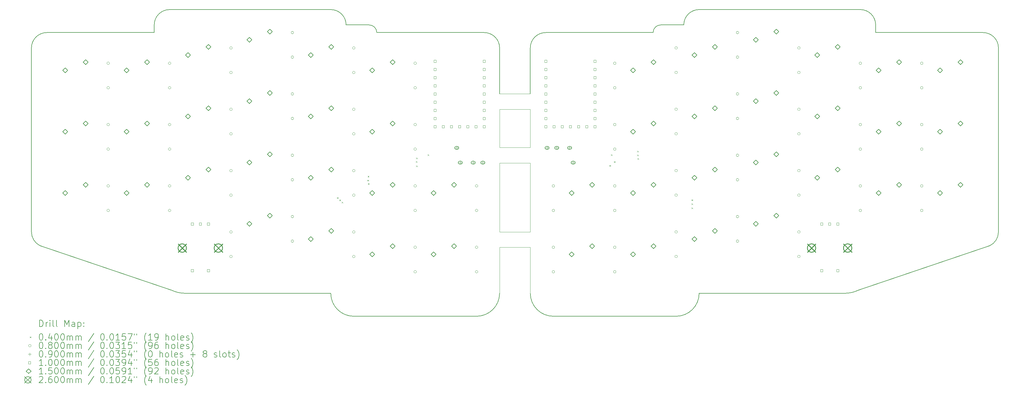
<source format=gbr>
%TF.GenerationSoftware,KiCad,Pcbnew,7.0.8*%
%TF.CreationDate,2023-11-24T19:43:26+09:00*%
%TF.ProjectId,scene46aio,7363656e-6534-4366-9169-6f2e6b696361,rev?*%
%TF.SameCoordinates,Original*%
%TF.FileFunction,Drillmap*%
%TF.FilePolarity,Positive*%
%FSLAX45Y45*%
G04 Gerber Fmt 4.5, Leading zero omitted, Abs format (unit mm)*
G04 Created by KiCad (PCBNEW 7.0.8) date 2023-11-24 19:43:26*
%MOMM*%
%LPD*%
G01*
G04 APERTURE LIST*
%ADD10C,0.100000*%
%ADD11C,0.200000*%
%ADD12C,0.040000*%
%ADD13C,0.080000*%
%ADD14C,0.090000*%
%ADD15C,0.150000*%
%ADD16C,0.260000*%
G04 APERTURE END LIST*
D10*
X13096875Y-9525000D02*
X13096875Y-10953750D01*
X12144375Y-9525000D02*
X12144375Y-10953750D01*
X12144375Y-6905625D02*
X12144375Y-9048750D01*
X13096875Y-6905625D02*
X13096875Y-9048750D01*
X13096875Y-5238750D02*
X13096875Y-6429375D01*
X12144375Y-5238750D02*
X12144375Y-6429375D01*
X12144375Y-9525000D02*
X13096875Y-9525000D01*
X12144375Y-9048750D02*
X13096875Y-9048750D01*
X13096875Y-6905625D02*
X12144375Y-6905625D01*
X12144375Y-6429375D02*
X13096875Y-6429375D01*
X12144375Y-5238750D02*
X13096875Y-5238750D01*
X12144375Y-4762500D02*
X13096875Y-4762500D01*
D11*
X16906875Y-2857500D02*
X13573125Y-2857500D01*
X17145000Y-2619375D02*
G75*
G03*
X16906875Y-2857500I0J-238125D01*
G01*
X17145000Y-2619375D02*
X17859375Y-2619375D01*
X18335625Y-2143125D02*
G75*
G03*
X17859375Y-2619375I0J-476250D01*
G01*
X18335625Y-2143125D02*
X23336250Y-2143125D01*
X23812500Y-2857500D02*
X23812500Y-2619375D01*
X23812500Y-2619375D02*
G75*
G03*
X23336250Y-2143125I-476250J0D01*
G01*
X23812500Y-2857500D02*
X27146250Y-2857500D01*
X27622500Y-3333750D02*
G75*
G03*
X27146250Y-2857500I-476250J0D01*
G01*
X27622500Y-3333750D02*
X27622500Y-9048750D01*
X27359235Y-9474721D02*
G75*
G03*
X27622500Y-9048750I-212986J425971D01*
G01*
X27359235Y-9474721D02*
X23285971Y-10853192D01*
X22860000Y-10953750D02*
G75*
G03*
X23285971Y-10853192I-1J952502D01*
G01*
X22860000Y-10953750D02*
X18335625Y-10953750D01*
X17621250Y-11668125D02*
G75*
G03*
X18335625Y-10953750I0J714375D01*
G01*
X17621250Y-11668125D02*
X13811250Y-11668125D01*
X13096875Y-10953750D02*
G75*
G03*
X13811250Y-11668125I714375J0D01*
G01*
X13096875Y-3333750D02*
X13096875Y-4762500D01*
X13573125Y-2857500D02*
G75*
G03*
X13096875Y-3333750I0J-476250D01*
G01*
X1955279Y-10853192D02*
X-2117986Y-9474721D01*
X1955279Y-10853192D02*
G75*
G03*
X2381250Y-10953750I425971J851942D01*
G01*
X-2381250Y-9048750D02*
G75*
G03*
X-2117986Y-9474721I476250J0D01*
G01*
X6905625Y-10953750D02*
X2381250Y-10953750D01*
X11430000Y-11668125D02*
X7620000Y-11668125D01*
X6905625Y-10953750D02*
G75*
G03*
X7620000Y-11668125I714375J0D01*
G01*
X11430000Y-11668125D02*
G75*
G03*
X12144375Y-10953750I0J714375D01*
G01*
X12144375Y-3333750D02*
X12144375Y-4762500D01*
X8334375Y-2857500D02*
G75*
G03*
X8096250Y-2619375I-238125J0D01*
G01*
X11668125Y-2857500D02*
X8334375Y-2857500D01*
X12144375Y-3333750D02*
G75*
G03*
X11668125Y-2857500I-476250J0D01*
G01*
X7381875Y-2619375D02*
X8096250Y-2619375D01*
X7381875Y-2619375D02*
G75*
G03*
X6905625Y-2143125I-476250J0D01*
G01*
X1905000Y-2143125D02*
X6905625Y-2143125D01*
X1428750Y-2857500D02*
X1428750Y-2619375D01*
X-1905000Y-2857500D02*
X1428750Y-2857500D01*
X1905000Y-2143125D02*
G75*
G03*
X1428750Y-2619375I0J-476250D01*
G01*
X-2381250Y-3333750D02*
X-2381250Y-9048750D01*
X-1905000Y-2857500D02*
G75*
G03*
X-2381250Y-3333750I0J-476250D01*
G01*
D12*
X7102000Y-7972000D02*
X7142000Y-8012000D01*
X7142000Y-7972000D02*
X7102000Y-8012000D01*
X7172675Y-8042675D02*
X7212675Y-8082675D01*
X7212675Y-8042675D02*
X7172675Y-8082675D01*
X7244000Y-8114000D02*
X7284000Y-8154000D01*
X7284000Y-8114000D02*
X7244000Y-8154000D01*
X8042000Y-7430000D02*
X8082000Y-7470000D01*
X8082000Y-7430000D02*
X8042000Y-7470000D01*
X8052000Y-7311000D02*
X8092000Y-7351000D01*
X8092000Y-7311000D02*
X8052000Y-7351000D01*
X8061000Y-7539000D02*
X8101000Y-7579000D01*
X8101000Y-7539000D02*
X8061000Y-7579000D01*
X9549000Y-6850000D02*
X9589000Y-6890000D01*
X9589000Y-6850000D02*
X9549000Y-6890000D01*
X9553000Y-6741000D02*
X9593000Y-6781000D01*
X9593000Y-6741000D02*
X9553000Y-6781000D01*
X9553000Y-6988000D02*
X9593000Y-7028000D01*
X9593000Y-6988000D02*
X9553000Y-7028000D01*
X9910000Y-6641000D02*
X9950000Y-6681000D01*
X9950000Y-6641000D02*
X9910000Y-6681000D01*
X15551000Y-6974000D02*
X15591000Y-7014000D01*
X15591000Y-6974000D02*
X15551000Y-7014000D01*
X15599000Y-6641000D02*
X15639000Y-6681000D01*
X15639000Y-6641000D02*
X15599000Y-6681000D01*
X15694000Y-6855000D02*
X15734000Y-6895000D01*
X15734000Y-6855000D02*
X15694000Y-6895000D01*
X16411000Y-6532000D02*
X16451000Y-6572000D01*
X16451000Y-6532000D02*
X16411000Y-6572000D01*
X16416000Y-6646000D02*
X16456000Y-6686000D01*
X16456000Y-6646000D02*
X16416000Y-6686000D01*
X16421000Y-6755000D02*
X16461000Y-6795000D01*
X16461000Y-6755000D02*
X16421000Y-6795000D01*
X18100300Y-8041000D02*
X18140300Y-8081000D01*
X18140300Y-8041000D02*
X18100300Y-8081000D01*
X18100300Y-8165000D02*
X18140300Y-8205000D01*
X18140300Y-8165000D02*
X18100300Y-8205000D01*
X18100300Y-8288000D02*
X18140300Y-8328000D01*
X18140300Y-8288000D02*
X18100300Y-8328000D01*
D13*
X40000Y-3810000D02*
G75*
G03*
X40000Y-3810000I-40000J0D01*
G01*
X40000Y-4572000D02*
G75*
G03*
X40000Y-4572000I-40000J0D01*
G01*
X40000Y-5715000D02*
G75*
G03*
X40000Y-5715000I-40000J0D01*
G01*
X40000Y-6477000D02*
G75*
G03*
X40000Y-6477000I-40000J0D01*
G01*
X40000Y-7620000D02*
G75*
G03*
X40000Y-7620000I-40000J0D01*
G01*
X40000Y-8382000D02*
G75*
G03*
X40000Y-8382000I-40000J0D01*
G01*
X1945000Y-3810000D02*
G75*
G03*
X1945000Y-3810000I-40000J0D01*
G01*
X1945000Y-4572000D02*
G75*
G03*
X1945000Y-4572000I-40000J0D01*
G01*
X1945000Y-5715000D02*
G75*
G03*
X1945000Y-5715000I-40000J0D01*
G01*
X1945000Y-6477000D02*
G75*
G03*
X1945000Y-6477000I-40000J0D01*
G01*
X1945000Y-7620000D02*
G75*
G03*
X1945000Y-7620000I-40000J0D01*
G01*
X1945000Y-8382000D02*
G75*
G03*
X1945000Y-8382000I-40000J0D01*
G01*
X3850000Y-3333750D02*
G75*
G03*
X3850000Y-3333750I-40000J0D01*
G01*
X3850000Y-4095750D02*
G75*
G03*
X3850000Y-4095750I-40000J0D01*
G01*
X3850000Y-5238750D02*
G75*
G03*
X3850000Y-5238750I-40000J0D01*
G01*
X3850000Y-6000750D02*
G75*
G03*
X3850000Y-6000750I-40000J0D01*
G01*
X3850000Y-7143750D02*
G75*
G03*
X3850000Y-7143750I-40000J0D01*
G01*
X3850000Y-7905750D02*
G75*
G03*
X3850000Y-7905750I-40000J0D01*
G01*
X3850000Y-9048750D02*
G75*
G03*
X3850000Y-9048750I-40000J0D01*
G01*
X3850000Y-9810750D02*
G75*
G03*
X3850000Y-9810750I-40000J0D01*
G01*
X5755000Y-2857500D02*
G75*
G03*
X5755000Y-2857500I-40000J0D01*
G01*
X5755000Y-3619500D02*
G75*
G03*
X5755000Y-3619500I-40000J0D01*
G01*
X5755000Y-4762500D02*
G75*
G03*
X5755000Y-4762500I-40000J0D01*
G01*
X5755000Y-5524500D02*
G75*
G03*
X5755000Y-5524500I-40000J0D01*
G01*
X5755000Y-6667500D02*
G75*
G03*
X5755000Y-6667500I-40000J0D01*
G01*
X5755000Y-7429500D02*
G75*
G03*
X5755000Y-7429500I-40000J0D01*
G01*
X5755000Y-8572500D02*
G75*
G03*
X5755000Y-8572500I-40000J0D01*
G01*
X5755000Y-9334500D02*
G75*
G03*
X5755000Y-9334500I-40000J0D01*
G01*
X7660000Y-3333750D02*
G75*
G03*
X7660000Y-3333750I-40000J0D01*
G01*
X7660000Y-4095750D02*
G75*
G03*
X7660000Y-4095750I-40000J0D01*
G01*
X7660000Y-5238750D02*
G75*
G03*
X7660000Y-5238750I-40000J0D01*
G01*
X7660000Y-6000750D02*
G75*
G03*
X7660000Y-6000750I-40000J0D01*
G01*
X7660000Y-7143750D02*
G75*
G03*
X7660000Y-7143750I-40000J0D01*
G01*
X7660000Y-7905750D02*
G75*
G03*
X7660000Y-7905750I-40000J0D01*
G01*
X7660000Y-9048750D02*
G75*
G03*
X7660000Y-9048750I-40000J0D01*
G01*
X7660000Y-9810750D02*
G75*
G03*
X7660000Y-9810750I-40000J0D01*
G01*
X9565000Y-3810000D02*
G75*
G03*
X9565000Y-3810000I-40000J0D01*
G01*
X9565000Y-4572000D02*
G75*
G03*
X9565000Y-4572000I-40000J0D01*
G01*
X9565000Y-5715000D02*
G75*
G03*
X9565000Y-5715000I-40000J0D01*
G01*
X9565000Y-6477000D02*
G75*
G03*
X9565000Y-6477000I-40000J0D01*
G01*
X9565000Y-7620000D02*
G75*
G03*
X9565000Y-7620000I-40000J0D01*
G01*
X9565000Y-8382000D02*
G75*
G03*
X9565000Y-8382000I-40000J0D01*
G01*
X9565000Y-9525000D02*
G75*
G03*
X9565000Y-9525000I-40000J0D01*
G01*
X9565000Y-10287000D02*
G75*
G03*
X9565000Y-10287000I-40000J0D01*
G01*
X11470000Y-7620000D02*
G75*
G03*
X11470000Y-7620000I-40000J0D01*
G01*
X11470000Y-8382000D02*
G75*
G03*
X11470000Y-8382000I-40000J0D01*
G01*
X11470000Y-9525000D02*
G75*
G03*
X11470000Y-9525000I-40000J0D01*
G01*
X11470000Y-10287000D02*
G75*
G03*
X11470000Y-10287000I-40000J0D01*
G01*
X13851250Y-7620000D02*
G75*
G03*
X13851250Y-7620000I-40000J0D01*
G01*
X13851250Y-8382000D02*
G75*
G03*
X13851250Y-8382000I-40000J0D01*
G01*
X13851250Y-9525000D02*
G75*
G03*
X13851250Y-9525000I-40000J0D01*
G01*
X13851250Y-10287000D02*
G75*
G03*
X13851250Y-10287000I-40000J0D01*
G01*
X15756250Y-3810000D02*
G75*
G03*
X15756250Y-3810000I-40000J0D01*
G01*
X15756250Y-4572000D02*
G75*
G03*
X15756250Y-4572000I-40000J0D01*
G01*
X15756250Y-5715000D02*
G75*
G03*
X15756250Y-5715000I-40000J0D01*
G01*
X15756250Y-6477000D02*
G75*
G03*
X15756250Y-6477000I-40000J0D01*
G01*
X15756250Y-7620000D02*
G75*
G03*
X15756250Y-7620000I-40000J0D01*
G01*
X15756250Y-8382000D02*
G75*
G03*
X15756250Y-8382000I-40000J0D01*
G01*
X15756250Y-9525000D02*
G75*
G03*
X15756250Y-9525000I-40000J0D01*
G01*
X15756250Y-10287000D02*
G75*
G03*
X15756250Y-10287000I-40000J0D01*
G01*
X17661250Y-3333750D02*
G75*
G03*
X17661250Y-3333750I-40000J0D01*
G01*
X17661250Y-4095750D02*
G75*
G03*
X17661250Y-4095750I-40000J0D01*
G01*
X17661250Y-5238750D02*
G75*
G03*
X17661250Y-5238750I-40000J0D01*
G01*
X17661250Y-6000750D02*
G75*
G03*
X17661250Y-6000750I-40000J0D01*
G01*
X17661250Y-7143750D02*
G75*
G03*
X17661250Y-7143750I-40000J0D01*
G01*
X17661250Y-7905750D02*
G75*
G03*
X17661250Y-7905750I-40000J0D01*
G01*
X17661250Y-9048750D02*
G75*
G03*
X17661250Y-9048750I-40000J0D01*
G01*
X17661250Y-9810750D02*
G75*
G03*
X17661250Y-9810750I-40000J0D01*
G01*
X19566250Y-2857500D02*
G75*
G03*
X19566250Y-2857500I-40000J0D01*
G01*
X19566250Y-3619500D02*
G75*
G03*
X19566250Y-3619500I-40000J0D01*
G01*
X19566250Y-4762500D02*
G75*
G03*
X19566250Y-4762500I-40000J0D01*
G01*
X19566250Y-5524500D02*
G75*
G03*
X19566250Y-5524500I-40000J0D01*
G01*
X19566250Y-6667500D02*
G75*
G03*
X19566250Y-6667500I-40000J0D01*
G01*
X19566250Y-7429500D02*
G75*
G03*
X19566250Y-7429500I-40000J0D01*
G01*
X19566250Y-8572500D02*
G75*
G03*
X19566250Y-8572500I-40000J0D01*
G01*
X19566250Y-9334500D02*
G75*
G03*
X19566250Y-9334500I-40000J0D01*
G01*
X21471250Y-3333750D02*
G75*
G03*
X21471250Y-3333750I-40000J0D01*
G01*
X21471250Y-4095750D02*
G75*
G03*
X21471250Y-4095750I-40000J0D01*
G01*
X21471250Y-5238750D02*
G75*
G03*
X21471250Y-5238750I-40000J0D01*
G01*
X21471250Y-6000750D02*
G75*
G03*
X21471250Y-6000750I-40000J0D01*
G01*
X21471250Y-7143750D02*
G75*
G03*
X21471250Y-7143750I-40000J0D01*
G01*
X21471250Y-7905750D02*
G75*
G03*
X21471250Y-7905750I-40000J0D01*
G01*
X21471250Y-9048750D02*
G75*
G03*
X21471250Y-9048750I-40000J0D01*
G01*
X21471250Y-9810750D02*
G75*
G03*
X21471250Y-9810750I-40000J0D01*
G01*
X23376250Y-3810000D02*
G75*
G03*
X23376250Y-3810000I-40000J0D01*
G01*
X23376250Y-4572000D02*
G75*
G03*
X23376250Y-4572000I-40000J0D01*
G01*
X23376250Y-5715000D02*
G75*
G03*
X23376250Y-5715000I-40000J0D01*
G01*
X23376250Y-6477000D02*
G75*
G03*
X23376250Y-6477000I-40000J0D01*
G01*
X23376250Y-7620000D02*
G75*
G03*
X23376250Y-7620000I-40000J0D01*
G01*
X23376250Y-8382000D02*
G75*
G03*
X23376250Y-8382000I-40000J0D01*
G01*
X25281250Y-3810000D02*
G75*
G03*
X25281250Y-3810000I-40000J0D01*
G01*
X25281250Y-4572000D02*
G75*
G03*
X25281250Y-4572000I-40000J0D01*
G01*
X25281250Y-5715000D02*
G75*
G03*
X25281250Y-5715000I-40000J0D01*
G01*
X25281250Y-6477000D02*
G75*
G03*
X25281250Y-6477000I-40000J0D01*
G01*
X25281250Y-7620000D02*
G75*
G03*
X25281250Y-7620000I-40000J0D01*
G01*
X25281250Y-8382000D02*
G75*
G03*
X25281250Y-8382000I-40000J0D01*
G01*
D14*
X10814375Y-6392500D02*
X10814375Y-6482500D01*
X10769375Y-6437500D02*
X10859375Y-6437500D01*
D11*
X10834375Y-6392500D02*
X10794375Y-6392500D01*
X10794375Y-6392500D02*
G75*
G03*
X10794375Y-6482500I0J-45000D01*
G01*
X10794375Y-6482500D02*
X10834375Y-6482500D01*
X10834375Y-6482500D02*
G75*
G03*
X10834375Y-6392500I0J45000D01*
G01*
D14*
X10924375Y-6852500D02*
X10924375Y-6942500D01*
X10879375Y-6897500D02*
X10969375Y-6897500D01*
D11*
X10944375Y-6852500D02*
X10904375Y-6852500D01*
X10904375Y-6852500D02*
G75*
G03*
X10904375Y-6942500I0J-45000D01*
G01*
X10904375Y-6942500D02*
X10944375Y-6942500D01*
X10944375Y-6942500D02*
G75*
G03*
X10944375Y-6852500I0J45000D01*
G01*
D14*
X11324375Y-6852500D02*
X11324375Y-6942500D01*
X11279375Y-6897500D02*
X11369375Y-6897500D01*
D11*
X11344375Y-6852500D02*
X11304375Y-6852500D01*
X11304375Y-6852500D02*
G75*
G03*
X11304375Y-6942500I0J-45000D01*
G01*
X11304375Y-6942500D02*
X11344375Y-6942500D01*
X11344375Y-6942500D02*
G75*
G03*
X11344375Y-6852500I0J45000D01*
G01*
D14*
X11624375Y-6852500D02*
X11624375Y-6942500D01*
X11579375Y-6897500D02*
X11669375Y-6897500D01*
D11*
X11644375Y-6852500D02*
X11604375Y-6852500D01*
X11604375Y-6852500D02*
G75*
G03*
X11604375Y-6942500I0J-45000D01*
G01*
X11604375Y-6942500D02*
X11644375Y-6942500D01*
X11644375Y-6942500D02*
G75*
G03*
X11644375Y-6852500I0J45000D01*
G01*
D14*
X13616875Y-6392500D02*
X13616875Y-6482500D01*
X13571875Y-6437500D02*
X13661875Y-6437500D01*
D11*
X13596875Y-6482500D02*
X13636875Y-6482500D01*
X13636875Y-6482500D02*
G75*
G03*
X13636875Y-6392500I0J45000D01*
G01*
X13636875Y-6392500D02*
X13596875Y-6392500D01*
X13596875Y-6392500D02*
G75*
G03*
X13596875Y-6482500I0J-45000D01*
G01*
D14*
X13916875Y-6392500D02*
X13916875Y-6482500D01*
X13871875Y-6437500D02*
X13961875Y-6437500D01*
D11*
X13896875Y-6482500D02*
X13936875Y-6482500D01*
X13936875Y-6482500D02*
G75*
G03*
X13936875Y-6392500I0J45000D01*
G01*
X13936875Y-6392500D02*
X13896875Y-6392500D01*
X13896875Y-6392500D02*
G75*
G03*
X13896875Y-6482500I0J-45000D01*
G01*
D14*
X14316875Y-6392500D02*
X14316875Y-6482500D01*
X14271875Y-6437500D02*
X14361875Y-6437500D01*
D11*
X14296875Y-6482500D02*
X14336875Y-6482500D01*
X14336875Y-6482500D02*
G75*
G03*
X14336875Y-6392500I0J45000D01*
G01*
X14336875Y-6392500D02*
X14296875Y-6392500D01*
X14296875Y-6392500D02*
G75*
G03*
X14296875Y-6482500I0J-45000D01*
G01*
D14*
X14426875Y-6852500D02*
X14426875Y-6942500D01*
X14381875Y-6897500D02*
X14471875Y-6897500D01*
D11*
X14406875Y-6942500D02*
X14446875Y-6942500D01*
X14446875Y-6942500D02*
G75*
G03*
X14446875Y-6852500I0J45000D01*
G01*
X14446875Y-6852500D02*
X14406875Y-6852500D01*
X14406875Y-6852500D02*
G75*
G03*
X14406875Y-6942500I0J-45000D01*
G01*
D10*
X2642856Y-8835356D02*
X2642856Y-8764644D01*
X2572144Y-8764644D01*
X2572144Y-8835356D01*
X2642856Y-8835356D01*
X2642856Y-10285356D02*
X2642856Y-10214644D01*
X2572144Y-10214644D01*
X2572144Y-10285356D01*
X2642856Y-10285356D01*
X2892856Y-8835356D02*
X2892856Y-8764644D01*
X2822144Y-8764644D01*
X2822144Y-8835356D01*
X2892856Y-8835356D01*
X3142856Y-8835356D02*
X3142856Y-8764644D01*
X3072144Y-8764644D01*
X3072144Y-8835356D01*
X3142856Y-8835356D01*
X3142856Y-10285356D02*
X3142856Y-10214644D01*
X3072144Y-10214644D01*
X3072144Y-10285356D01*
X3142856Y-10285356D01*
X10174606Y-3781856D02*
X10174606Y-3711144D01*
X10103894Y-3711144D01*
X10103894Y-3781856D01*
X10174606Y-3781856D01*
X10174606Y-4035856D02*
X10174606Y-3965144D01*
X10103894Y-3965144D01*
X10103894Y-4035856D01*
X10174606Y-4035856D01*
X10174606Y-4289856D02*
X10174606Y-4219144D01*
X10103894Y-4219144D01*
X10103894Y-4289856D01*
X10174606Y-4289856D01*
X10174606Y-4543856D02*
X10174606Y-4473144D01*
X10103894Y-4473144D01*
X10103894Y-4543856D01*
X10174606Y-4543856D01*
X10174606Y-4797856D02*
X10174606Y-4727144D01*
X10103894Y-4727144D01*
X10103894Y-4797856D01*
X10174606Y-4797856D01*
X10174606Y-5051856D02*
X10174606Y-4981144D01*
X10103894Y-4981144D01*
X10103894Y-5051856D01*
X10174606Y-5051856D01*
X10174606Y-5305856D02*
X10174606Y-5235144D01*
X10103894Y-5235144D01*
X10103894Y-5305856D01*
X10174606Y-5305856D01*
X10174606Y-5559856D02*
X10174606Y-5489144D01*
X10103894Y-5489144D01*
X10103894Y-5559856D01*
X10174606Y-5559856D01*
X10174606Y-5813856D02*
X10174606Y-5743144D01*
X10103894Y-5743144D01*
X10103894Y-5813856D01*
X10174606Y-5813856D01*
X10428606Y-5813856D02*
X10428606Y-5743144D01*
X10357894Y-5743144D01*
X10357894Y-5813856D01*
X10428606Y-5813856D01*
X10682606Y-5813856D02*
X10682606Y-5743144D01*
X10611894Y-5743144D01*
X10611894Y-5813856D01*
X10682606Y-5813856D01*
X10936606Y-5813856D02*
X10936606Y-5743144D01*
X10865894Y-5743144D01*
X10865894Y-5813856D01*
X10936606Y-5813856D01*
X11190606Y-5813856D02*
X11190606Y-5743144D01*
X11119894Y-5743144D01*
X11119894Y-5813856D01*
X11190606Y-5813856D01*
X11444606Y-5813856D02*
X11444606Y-5743144D01*
X11373894Y-5743144D01*
X11373894Y-5813856D01*
X11444606Y-5813856D01*
X11698606Y-3781856D02*
X11698606Y-3711144D01*
X11627894Y-3711144D01*
X11627894Y-3781856D01*
X11698606Y-3781856D01*
X11698606Y-4035856D02*
X11698606Y-3965144D01*
X11627894Y-3965144D01*
X11627894Y-4035856D01*
X11698606Y-4035856D01*
X11698606Y-4289856D02*
X11698606Y-4219144D01*
X11627894Y-4219144D01*
X11627894Y-4289856D01*
X11698606Y-4289856D01*
X11698606Y-4543856D02*
X11698606Y-4473144D01*
X11627894Y-4473144D01*
X11627894Y-4543856D01*
X11698606Y-4543856D01*
X11698606Y-4797856D02*
X11698606Y-4727144D01*
X11627894Y-4727144D01*
X11627894Y-4797856D01*
X11698606Y-4797856D01*
X11698606Y-5051856D02*
X11698606Y-4981144D01*
X11627894Y-4981144D01*
X11627894Y-5051856D01*
X11698606Y-5051856D01*
X11698606Y-5305856D02*
X11698606Y-5235144D01*
X11627894Y-5235144D01*
X11627894Y-5305856D01*
X11698606Y-5305856D01*
X11698606Y-5559856D02*
X11698606Y-5489144D01*
X11627894Y-5489144D01*
X11627894Y-5559856D01*
X11698606Y-5559856D01*
X11698606Y-5813856D02*
X11698606Y-5743144D01*
X11627894Y-5743144D01*
X11627894Y-5813856D01*
X11698606Y-5813856D01*
X13613356Y-3781856D02*
X13613356Y-3711144D01*
X13542644Y-3711144D01*
X13542644Y-3781856D01*
X13613356Y-3781856D01*
X13613356Y-4035856D02*
X13613356Y-3965144D01*
X13542644Y-3965144D01*
X13542644Y-4035856D01*
X13613356Y-4035856D01*
X13613356Y-4289856D02*
X13613356Y-4219144D01*
X13542644Y-4219144D01*
X13542644Y-4289856D01*
X13613356Y-4289856D01*
X13613356Y-4543856D02*
X13613356Y-4473144D01*
X13542644Y-4473144D01*
X13542644Y-4543856D01*
X13613356Y-4543856D01*
X13613356Y-4797856D02*
X13613356Y-4727144D01*
X13542644Y-4727144D01*
X13542644Y-4797856D01*
X13613356Y-4797856D01*
X13613356Y-5051856D02*
X13613356Y-4981144D01*
X13542644Y-4981144D01*
X13542644Y-5051856D01*
X13613356Y-5051856D01*
X13613356Y-5305856D02*
X13613356Y-5235144D01*
X13542644Y-5235144D01*
X13542644Y-5305856D01*
X13613356Y-5305856D01*
X13613356Y-5559856D02*
X13613356Y-5489144D01*
X13542644Y-5489144D01*
X13542644Y-5559856D01*
X13613356Y-5559856D01*
X13613356Y-5813856D02*
X13613356Y-5743144D01*
X13542644Y-5743144D01*
X13542644Y-5813856D01*
X13613356Y-5813856D01*
X13867356Y-5813856D02*
X13867356Y-5743144D01*
X13796644Y-5743144D01*
X13796644Y-5813856D01*
X13867356Y-5813856D01*
X14121356Y-5813856D02*
X14121356Y-5743144D01*
X14050644Y-5743144D01*
X14050644Y-5813856D01*
X14121356Y-5813856D01*
X14375356Y-5813856D02*
X14375356Y-5743144D01*
X14304644Y-5743144D01*
X14304644Y-5813856D01*
X14375356Y-5813856D01*
X14629356Y-5813856D02*
X14629356Y-5743144D01*
X14558644Y-5743144D01*
X14558644Y-5813856D01*
X14629356Y-5813856D01*
X14883356Y-5813856D02*
X14883356Y-5743144D01*
X14812644Y-5743144D01*
X14812644Y-5813856D01*
X14883356Y-5813856D01*
X15137356Y-3781856D02*
X15137356Y-3711144D01*
X15066644Y-3711144D01*
X15066644Y-3781856D01*
X15137356Y-3781856D01*
X15137356Y-4035856D02*
X15137356Y-3965144D01*
X15066644Y-3965144D01*
X15066644Y-4035856D01*
X15137356Y-4035856D01*
X15137356Y-4289856D02*
X15137356Y-4219144D01*
X15066644Y-4219144D01*
X15066644Y-4289856D01*
X15137356Y-4289856D01*
X15137356Y-4543856D02*
X15137356Y-4473144D01*
X15066644Y-4473144D01*
X15066644Y-4543856D01*
X15137356Y-4543856D01*
X15137356Y-4797856D02*
X15137356Y-4727144D01*
X15066644Y-4727144D01*
X15066644Y-4797856D01*
X15137356Y-4797856D01*
X15137356Y-5051856D02*
X15137356Y-4981144D01*
X15066644Y-4981144D01*
X15066644Y-5051856D01*
X15137356Y-5051856D01*
X15137356Y-5305856D02*
X15137356Y-5235144D01*
X15066644Y-5235144D01*
X15066644Y-5305856D01*
X15137356Y-5305856D01*
X15137356Y-5559856D02*
X15137356Y-5489144D01*
X15066644Y-5489144D01*
X15066644Y-5559856D01*
X15137356Y-5559856D01*
X15137356Y-5813856D02*
X15137356Y-5743144D01*
X15066644Y-5743144D01*
X15066644Y-5813856D01*
X15137356Y-5813856D01*
X22169106Y-8835356D02*
X22169106Y-8764644D01*
X22098394Y-8764644D01*
X22098394Y-8835356D01*
X22169106Y-8835356D01*
X22169106Y-10285356D02*
X22169106Y-10214644D01*
X22098394Y-10214644D01*
X22098394Y-10285356D01*
X22169106Y-10285356D01*
X22419106Y-8835356D02*
X22419106Y-8764644D01*
X22348394Y-8764644D01*
X22348394Y-8835356D01*
X22419106Y-8835356D01*
X22669106Y-8835356D02*
X22669106Y-8764644D01*
X22598394Y-8764644D01*
X22598394Y-8835356D01*
X22669106Y-8835356D01*
X22669106Y-10285356D02*
X22669106Y-10214644D01*
X22598394Y-10214644D01*
X22598394Y-10285356D01*
X22669106Y-10285356D01*
D15*
X-1333500Y-4107250D02*
X-1258500Y-4032250D01*
X-1333500Y-3957250D01*
X-1408500Y-4032250D01*
X-1333500Y-4107250D01*
X-1333500Y-6012250D02*
X-1258500Y-5937250D01*
X-1333500Y-5862250D01*
X-1408500Y-5937250D01*
X-1333500Y-6012250D01*
X-1333500Y-7917250D02*
X-1258500Y-7842250D01*
X-1333500Y-7767250D01*
X-1408500Y-7842250D01*
X-1333500Y-7917250D01*
X-698500Y-3853250D02*
X-623500Y-3778250D01*
X-698500Y-3703250D01*
X-773500Y-3778250D01*
X-698500Y-3853250D01*
X-698500Y-5758250D02*
X-623500Y-5683250D01*
X-698500Y-5608250D01*
X-773500Y-5683250D01*
X-698500Y-5758250D01*
X-698500Y-7663250D02*
X-623500Y-7588250D01*
X-698500Y-7513250D01*
X-773500Y-7588250D01*
X-698500Y-7663250D01*
X571500Y-4107250D02*
X646500Y-4032250D01*
X571500Y-3957250D01*
X496500Y-4032250D01*
X571500Y-4107250D01*
X571500Y-6012250D02*
X646500Y-5937250D01*
X571500Y-5862250D01*
X496500Y-5937250D01*
X571500Y-6012250D01*
X571500Y-7917250D02*
X646500Y-7842250D01*
X571500Y-7767250D01*
X496500Y-7842250D01*
X571500Y-7917250D01*
X1206500Y-3853250D02*
X1281500Y-3778250D01*
X1206500Y-3703250D01*
X1131500Y-3778250D01*
X1206500Y-3853250D01*
X1206500Y-5758250D02*
X1281500Y-5683250D01*
X1206500Y-5608250D01*
X1131500Y-5683250D01*
X1206500Y-5758250D01*
X1206500Y-7663250D02*
X1281500Y-7588250D01*
X1206500Y-7513250D01*
X1131500Y-7588250D01*
X1206500Y-7663250D01*
X2476500Y-3631000D02*
X2551500Y-3556000D01*
X2476500Y-3481000D01*
X2401500Y-3556000D01*
X2476500Y-3631000D01*
X2476500Y-5536000D02*
X2551500Y-5461000D01*
X2476500Y-5386000D01*
X2401500Y-5461000D01*
X2476500Y-5536000D01*
X2476500Y-7441000D02*
X2551500Y-7366000D01*
X2476500Y-7291000D01*
X2401500Y-7366000D01*
X2476500Y-7441000D01*
X3111500Y-3377000D02*
X3186500Y-3302000D01*
X3111500Y-3227000D01*
X3036500Y-3302000D01*
X3111500Y-3377000D01*
X3111500Y-5282000D02*
X3186500Y-5207000D01*
X3111500Y-5132000D01*
X3036500Y-5207000D01*
X3111500Y-5282000D01*
X3111500Y-7187000D02*
X3186500Y-7112000D01*
X3111500Y-7037000D01*
X3036500Y-7112000D01*
X3111500Y-7187000D01*
X4381500Y-3154750D02*
X4456500Y-3079750D01*
X4381500Y-3004750D01*
X4306500Y-3079750D01*
X4381500Y-3154750D01*
X4381500Y-5059750D02*
X4456500Y-4984750D01*
X4381500Y-4909750D01*
X4306500Y-4984750D01*
X4381500Y-5059750D01*
X4381500Y-6964750D02*
X4456500Y-6889750D01*
X4381500Y-6814750D01*
X4306500Y-6889750D01*
X4381500Y-6964750D01*
X4381500Y-8869750D02*
X4456500Y-8794750D01*
X4381500Y-8719750D01*
X4306500Y-8794750D01*
X4381500Y-8869750D01*
X5016500Y-2900750D02*
X5091500Y-2825750D01*
X5016500Y-2750750D01*
X4941500Y-2825750D01*
X5016500Y-2900750D01*
X5016500Y-4805750D02*
X5091500Y-4730750D01*
X5016500Y-4655750D01*
X4941500Y-4730750D01*
X5016500Y-4805750D01*
X5016500Y-6710750D02*
X5091500Y-6635750D01*
X5016500Y-6560750D01*
X4941500Y-6635750D01*
X5016500Y-6710750D01*
X5016500Y-8615750D02*
X5091500Y-8540750D01*
X5016500Y-8465750D01*
X4941500Y-8540750D01*
X5016500Y-8615750D01*
X6286500Y-3631000D02*
X6361500Y-3556000D01*
X6286500Y-3481000D01*
X6211500Y-3556000D01*
X6286500Y-3631000D01*
X6286500Y-5536000D02*
X6361500Y-5461000D01*
X6286500Y-5386000D01*
X6211500Y-5461000D01*
X6286500Y-5536000D01*
X6286500Y-7441000D02*
X6361500Y-7366000D01*
X6286500Y-7291000D01*
X6211500Y-7366000D01*
X6286500Y-7441000D01*
X6286500Y-9346000D02*
X6361500Y-9271000D01*
X6286500Y-9196000D01*
X6211500Y-9271000D01*
X6286500Y-9346000D01*
X6921500Y-3377000D02*
X6996500Y-3302000D01*
X6921500Y-3227000D01*
X6846500Y-3302000D01*
X6921500Y-3377000D01*
X6921500Y-5282000D02*
X6996500Y-5207000D01*
X6921500Y-5132000D01*
X6846500Y-5207000D01*
X6921500Y-5282000D01*
X6921500Y-7187000D02*
X6996500Y-7112000D01*
X6921500Y-7037000D01*
X6846500Y-7112000D01*
X6921500Y-7187000D01*
X6921500Y-9092000D02*
X6996500Y-9017000D01*
X6921500Y-8942000D01*
X6846500Y-9017000D01*
X6921500Y-9092000D01*
X8191500Y-4107250D02*
X8266500Y-4032250D01*
X8191500Y-3957250D01*
X8116500Y-4032250D01*
X8191500Y-4107250D01*
X8191500Y-6012250D02*
X8266500Y-5937250D01*
X8191500Y-5862250D01*
X8116500Y-5937250D01*
X8191500Y-6012250D01*
X8191500Y-7917250D02*
X8266500Y-7842250D01*
X8191500Y-7767250D01*
X8116500Y-7842250D01*
X8191500Y-7917250D01*
X8191500Y-9822250D02*
X8266500Y-9747250D01*
X8191500Y-9672250D01*
X8116500Y-9747250D01*
X8191500Y-9822250D01*
X8826500Y-3853250D02*
X8901500Y-3778250D01*
X8826500Y-3703250D01*
X8751500Y-3778250D01*
X8826500Y-3853250D01*
X8826500Y-5758250D02*
X8901500Y-5683250D01*
X8826500Y-5608250D01*
X8751500Y-5683250D01*
X8826500Y-5758250D01*
X8826500Y-7663250D02*
X8901500Y-7588250D01*
X8826500Y-7513250D01*
X8751500Y-7588250D01*
X8826500Y-7663250D01*
X8826500Y-9568250D02*
X8901500Y-9493250D01*
X8826500Y-9418250D01*
X8751500Y-9493250D01*
X8826500Y-9568250D01*
X10096500Y-7917250D02*
X10171500Y-7842250D01*
X10096500Y-7767250D01*
X10021500Y-7842250D01*
X10096500Y-7917250D01*
X10096500Y-9822250D02*
X10171500Y-9747250D01*
X10096500Y-9672250D01*
X10021500Y-9747250D01*
X10096500Y-9822250D01*
X10731500Y-7663250D02*
X10806500Y-7588250D01*
X10731500Y-7513250D01*
X10656500Y-7588250D01*
X10731500Y-7663250D01*
X10731500Y-9568250D02*
X10806500Y-9493250D01*
X10731500Y-9418250D01*
X10656500Y-9493250D01*
X10731500Y-9568250D01*
X14382750Y-7917250D02*
X14457750Y-7842250D01*
X14382750Y-7767250D01*
X14307750Y-7842250D01*
X14382750Y-7917250D01*
X14382750Y-9822250D02*
X14457750Y-9747250D01*
X14382750Y-9672250D01*
X14307750Y-9747250D01*
X14382750Y-9822250D01*
X15017750Y-7663250D02*
X15092750Y-7588250D01*
X15017750Y-7513250D01*
X14942750Y-7588250D01*
X15017750Y-7663250D01*
X15017750Y-9568250D02*
X15092750Y-9493250D01*
X15017750Y-9418250D01*
X14942750Y-9493250D01*
X15017750Y-9568250D01*
X16287750Y-4107250D02*
X16362750Y-4032250D01*
X16287750Y-3957250D01*
X16212750Y-4032250D01*
X16287750Y-4107250D01*
X16287750Y-6012250D02*
X16362750Y-5937250D01*
X16287750Y-5862250D01*
X16212750Y-5937250D01*
X16287750Y-6012250D01*
X16287750Y-7917250D02*
X16362750Y-7842250D01*
X16287750Y-7767250D01*
X16212750Y-7842250D01*
X16287750Y-7917250D01*
X16287750Y-9822250D02*
X16362750Y-9747250D01*
X16287750Y-9672250D01*
X16212750Y-9747250D01*
X16287750Y-9822250D01*
X16922750Y-3853250D02*
X16997750Y-3778250D01*
X16922750Y-3703250D01*
X16847750Y-3778250D01*
X16922750Y-3853250D01*
X16922750Y-5758250D02*
X16997750Y-5683250D01*
X16922750Y-5608250D01*
X16847750Y-5683250D01*
X16922750Y-5758250D01*
X16922750Y-7663250D02*
X16997750Y-7588250D01*
X16922750Y-7513250D01*
X16847750Y-7588250D01*
X16922750Y-7663250D01*
X16922750Y-9568250D02*
X16997750Y-9493250D01*
X16922750Y-9418250D01*
X16847750Y-9493250D01*
X16922750Y-9568250D01*
X18192750Y-3631000D02*
X18267750Y-3556000D01*
X18192750Y-3481000D01*
X18117750Y-3556000D01*
X18192750Y-3631000D01*
X18192750Y-5536000D02*
X18267750Y-5461000D01*
X18192750Y-5386000D01*
X18117750Y-5461000D01*
X18192750Y-5536000D01*
X18192750Y-7441000D02*
X18267750Y-7366000D01*
X18192750Y-7291000D01*
X18117750Y-7366000D01*
X18192750Y-7441000D01*
X18192750Y-9346000D02*
X18267750Y-9271000D01*
X18192750Y-9196000D01*
X18117750Y-9271000D01*
X18192750Y-9346000D01*
X18827750Y-3377000D02*
X18902750Y-3302000D01*
X18827750Y-3227000D01*
X18752750Y-3302000D01*
X18827750Y-3377000D01*
X18827750Y-5282000D02*
X18902750Y-5207000D01*
X18827750Y-5132000D01*
X18752750Y-5207000D01*
X18827750Y-5282000D01*
X18827750Y-7187000D02*
X18902750Y-7112000D01*
X18827750Y-7037000D01*
X18752750Y-7112000D01*
X18827750Y-7187000D01*
X18827750Y-9092000D02*
X18902750Y-9017000D01*
X18827750Y-8942000D01*
X18752750Y-9017000D01*
X18827750Y-9092000D01*
X20097750Y-3154750D02*
X20172750Y-3079750D01*
X20097750Y-3004750D01*
X20022750Y-3079750D01*
X20097750Y-3154750D01*
X20097750Y-5059750D02*
X20172750Y-4984750D01*
X20097750Y-4909750D01*
X20022750Y-4984750D01*
X20097750Y-5059750D01*
X20097750Y-6964750D02*
X20172750Y-6889750D01*
X20097750Y-6814750D01*
X20022750Y-6889750D01*
X20097750Y-6964750D01*
X20097750Y-8869750D02*
X20172750Y-8794750D01*
X20097750Y-8719750D01*
X20022750Y-8794750D01*
X20097750Y-8869750D01*
X20732750Y-2900750D02*
X20807750Y-2825750D01*
X20732750Y-2750750D01*
X20657750Y-2825750D01*
X20732750Y-2900750D01*
X20732750Y-4805750D02*
X20807750Y-4730750D01*
X20732750Y-4655750D01*
X20657750Y-4730750D01*
X20732750Y-4805750D01*
X20732750Y-6710750D02*
X20807750Y-6635750D01*
X20732750Y-6560750D01*
X20657750Y-6635750D01*
X20732750Y-6710750D01*
X20732750Y-8615750D02*
X20807750Y-8540750D01*
X20732750Y-8465750D01*
X20657750Y-8540750D01*
X20732750Y-8615750D01*
X22002750Y-3631000D02*
X22077750Y-3556000D01*
X22002750Y-3481000D01*
X21927750Y-3556000D01*
X22002750Y-3631000D01*
X22002750Y-5536000D02*
X22077750Y-5461000D01*
X22002750Y-5386000D01*
X21927750Y-5461000D01*
X22002750Y-5536000D01*
X22002750Y-7441000D02*
X22077750Y-7366000D01*
X22002750Y-7291000D01*
X21927750Y-7366000D01*
X22002750Y-7441000D01*
X22637750Y-3377000D02*
X22712750Y-3302000D01*
X22637750Y-3227000D01*
X22562750Y-3302000D01*
X22637750Y-3377000D01*
X22637750Y-5282000D02*
X22712750Y-5207000D01*
X22637750Y-5132000D01*
X22562750Y-5207000D01*
X22637750Y-5282000D01*
X22637750Y-7187000D02*
X22712750Y-7112000D01*
X22637750Y-7037000D01*
X22562750Y-7112000D01*
X22637750Y-7187000D01*
X23907750Y-4107250D02*
X23982750Y-4032250D01*
X23907750Y-3957250D01*
X23832750Y-4032250D01*
X23907750Y-4107250D01*
X23907750Y-6012250D02*
X23982750Y-5937250D01*
X23907750Y-5862250D01*
X23832750Y-5937250D01*
X23907750Y-6012250D01*
X23907750Y-7917250D02*
X23982750Y-7842250D01*
X23907750Y-7767250D01*
X23832750Y-7842250D01*
X23907750Y-7917250D01*
X24542750Y-3853250D02*
X24617750Y-3778250D01*
X24542750Y-3703250D01*
X24467750Y-3778250D01*
X24542750Y-3853250D01*
X24542750Y-5758250D02*
X24617750Y-5683250D01*
X24542750Y-5608250D01*
X24467750Y-5683250D01*
X24542750Y-5758250D01*
X24542750Y-7663250D02*
X24617750Y-7588250D01*
X24542750Y-7513250D01*
X24467750Y-7588250D01*
X24542750Y-7663250D01*
X25812750Y-4107250D02*
X25887750Y-4032250D01*
X25812750Y-3957250D01*
X25737750Y-4032250D01*
X25812750Y-4107250D01*
X25812750Y-6012250D02*
X25887750Y-5937250D01*
X25812750Y-5862250D01*
X25737750Y-5937250D01*
X25812750Y-6012250D01*
X25812750Y-7917250D02*
X25887750Y-7842250D01*
X25812750Y-7767250D01*
X25737750Y-7842250D01*
X25812750Y-7917250D01*
X26447750Y-3853250D02*
X26522750Y-3778250D01*
X26447750Y-3703250D01*
X26372750Y-3778250D01*
X26447750Y-3853250D01*
X26447750Y-5758250D02*
X26522750Y-5683250D01*
X26447750Y-5608250D01*
X26372750Y-5683250D01*
X26447750Y-5758250D01*
X26447750Y-7663250D02*
X26522750Y-7588250D01*
X26447750Y-7513250D01*
X26372750Y-7588250D01*
X26447750Y-7663250D01*
D16*
X2167500Y-9420000D02*
X2427500Y-9680000D01*
X2427500Y-9420000D02*
X2167500Y-9680000D01*
X2427500Y-9550000D02*
G75*
G03*
X2427500Y-9550000I-130000J0D01*
G01*
X3287500Y-9420000D02*
X3547500Y-9680000D01*
X3547500Y-9420000D02*
X3287500Y-9680000D01*
X3547500Y-9550000D02*
G75*
G03*
X3547500Y-9550000I-130000J0D01*
G01*
X21693750Y-9420000D02*
X21953750Y-9680000D01*
X21953750Y-9420000D02*
X21693750Y-9680000D01*
X21953750Y-9550000D02*
G75*
G03*
X21953750Y-9550000I-130000J0D01*
G01*
X22813750Y-9420000D02*
X23073750Y-9680000D01*
X23073750Y-9420000D02*
X22813750Y-9680000D01*
X23073750Y-9550000D02*
G75*
G03*
X23073750Y-9550000I-130000J0D01*
G01*
D11*
X-2130473Y-11989609D02*
X-2130473Y-11789609D01*
X-2130473Y-11789609D02*
X-2082854Y-11789609D01*
X-2082854Y-11789609D02*
X-2054283Y-11799133D01*
X-2054283Y-11799133D02*
X-2035235Y-11818180D01*
X-2035235Y-11818180D02*
X-2025711Y-11837228D01*
X-2025711Y-11837228D02*
X-2016187Y-11875323D01*
X-2016187Y-11875323D02*
X-2016187Y-11903894D01*
X-2016187Y-11903894D02*
X-2025711Y-11941990D01*
X-2025711Y-11941990D02*
X-2035235Y-11961037D01*
X-2035235Y-11961037D02*
X-2054283Y-11980085D01*
X-2054283Y-11980085D02*
X-2082854Y-11989609D01*
X-2082854Y-11989609D02*
X-2130473Y-11989609D01*
X-1930473Y-11989609D02*
X-1930473Y-11856275D01*
X-1930473Y-11894371D02*
X-1920949Y-11875323D01*
X-1920949Y-11875323D02*
X-1911425Y-11865799D01*
X-1911425Y-11865799D02*
X-1892378Y-11856275D01*
X-1892378Y-11856275D02*
X-1873330Y-11856275D01*
X-1806664Y-11989609D02*
X-1806664Y-11856275D01*
X-1806664Y-11789609D02*
X-1816187Y-11799133D01*
X-1816187Y-11799133D02*
X-1806664Y-11808656D01*
X-1806664Y-11808656D02*
X-1797140Y-11799133D01*
X-1797140Y-11799133D02*
X-1806664Y-11789609D01*
X-1806664Y-11789609D02*
X-1806664Y-11808656D01*
X-1682854Y-11989609D02*
X-1701902Y-11980085D01*
X-1701902Y-11980085D02*
X-1711425Y-11961037D01*
X-1711425Y-11961037D02*
X-1711425Y-11789609D01*
X-1578092Y-11989609D02*
X-1597140Y-11980085D01*
X-1597140Y-11980085D02*
X-1606664Y-11961037D01*
X-1606664Y-11961037D02*
X-1606664Y-11789609D01*
X-1349521Y-11989609D02*
X-1349521Y-11789609D01*
X-1349521Y-11789609D02*
X-1282854Y-11932466D01*
X-1282854Y-11932466D02*
X-1216187Y-11789609D01*
X-1216187Y-11789609D02*
X-1216187Y-11989609D01*
X-1035235Y-11989609D02*
X-1035235Y-11884847D01*
X-1035235Y-11884847D02*
X-1044759Y-11865799D01*
X-1044759Y-11865799D02*
X-1063806Y-11856275D01*
X-1063806Y-11856275D02*
X-1101902Y-11856275D01*
X-1101902Y-11856275D02*
X-1120949Y-11865799D01*
X-1035235Y-11980085D02*
X-1054283Y-11989609D01*
X-1054283Y-11989609D02*
X-1101902Y-11989609D01*
X-1101902Y-11989609D02*
X-1120949Y-11980085D01*
X-1120949Y-11980085D02*
X-1130473Y-11961037D01*
X-1130473Y-11961037D02*
X-1130473Y-11941990D01*
X-1130473Y-11941990D02*
X-1120949Y-11922942D01*
X-1120949Y-11922942D02*
X-1101902Y-11913418D01*
X-1101902Y-11913418D02*
X-1054283Y-11913418D01*
X-1054283Y-11913418D02*
X-1035235Y-11903894D01*
X-939997Y-11856275D02*
X-939997Y-12056275D01*
X-939997Y-11865799D02*
X-920949Y-11856275D01*
X-920949Y-11856275D02*
X-882854Y-11856275D01*
X-882854Y-11856275D02*
X-863806Y-11865799D01*
X-863806Y-11865799D02*
X-854283Y-11875323D01*
X-854283Y-11875323D02*
X-844759Y-11894371D01*
X-844759Y-11894371D02*
X-844759Y-11951513D01*
X-844759Y-11951513D02*
X-854283Y-11970561D01*
X-854283Y-11970561D02*
X-863806Y-11980085D01*
X-863806Y-11980085D02*
X-882854Y-11989609D01*
X-882854Y-11989609D02*
X-920949Y-11989609D01*
X-920949Y-11989609D02*
X-939997Y-11980085D01*
X-759044Y-11970561D02*
X-749521Y-11980085D01*
X-749521Y-11980085D02*
X-759044Y-11989609D01*
X-759044Y-11989609D02*
X-768568Y-11980085D01*
X-768568Y-11980085D02*
X-759044Y-11970561D01*
X-759044Y-11970561D02*
X-759044Y-11989609D01*
X-759044Y-11865799D02*
X-749521Y-11875323D01*
X-749521Y-11875323D02*
X-759044Y-11884847D01*
X-759044Y-11884847D02*
X-768568Y-11875323D01*
X-768568Y-11875323D02*
X-759044Y-11865799D01*
X-759044Y-11865799D02*
X-759044Y-11884847D01*
D12*
X-2431250Y-12298125D02*
X-2391250Y-12338125D01*
X-2391250Y-12298125D02*
X-2431250Y-12338125D01*
D11*
X-2092378Y-12209609D02*
X-2073330Y-12209609D01*
X-2073330Y-12209609D02*
X-2054283Y-12219133D01*
X-2054283Y-12219133D02*
X-2044759Y-12228656D01*
X-2044759Y-12228656D02*
X-2035235Y-12247704D01*
X-2035235Y-12247704D02*
X-2025711Y-12285799D01*
X-2025711Y-12285799D02*
X-2025711Y-12333418D01*
X-2025711Y-12333418D02*
X-2035235Y-12371513D01*
X-2035235Y-12371513D02*
X-2044759Y-12390561D01*
X-2044759Y-12390561D02*
X-2054283Y-12400085D01*
X-2054283Y-12400085D02*
X-2073330Y-12409609D01*
X-2073330Y-12409609D02*
X-2092378Y-12409609D01*
X-2092378Y-12409609D02*
X-2111426Y-12400085D01*
X-2111426Y-12400085D02*
X-2120949Y-12390561D01*
X-2120949Y-12390561D02*
X-2130473Y-12371513D01*
X-2130473Y-12371513D02*
X-2139997Y-12333418D01*
X-2139997Y-12333418D02*
X-2139997Y-12285799D01*
X-2139997Y-12285799D02*
X-2130473Y-12247704D01*
X-2130473Y-12247704D02*
X-2120949Y-12228656D01*
X-2120949Y-12228656D02*
X-2111426Y-12219133D01*
X-2111426Y-12219133D02*
X-2092378Y-12209609D01*
X-1939997Y-12390561D02*
X-1930473Y-12400085D01*
X-1930473Y-12400085D02*
X-1939997Y-12409609D01*
X-1939997Y-12409609D02*
X-1949521Y-12400085D01*
X-1949521Y-12400085D02*
X-1939997Y-12390561D01*
X-1939997Y-12390561D02*
X-1939997Y-12409609D01*
X-1759044Y-12276275D02*
X-1759044Y-12409609D01*
X-1806664Y-12200085D02*
X-1854283Y-12342942D01*
X-1854283Y-12342942D02*
X-1730473Y-12342942D01*
X-1616187Y-12209609D02*
X-1597140Y-12209609D01*
X-1597140Y-12209609D02*
X-1578092Y-12219133D01*
X-1578092Y-12219133D02*
X-1568568Y-12228656D01*
X-1568568Y-12228656D02*
X-1559044Y-12247704D01*
X-1559044Y-12247704D02*
X-1549521Y-12285799D01*
X-1549521Y-12285799D02*
X-1549521Y-12333418D01*
X-1549521Y-12333418D02*
X-1559044Y-12371513D01*
X-1559044Y-12371513D02*
X-1568568Y-12390561D01*
X-1568568Y-12390561D02*
X-1578092Y-12400085D01*
X-1578092Y-12400085D02*
X-1597140Y-12409609D01*
X-1597140Y-12409609D02*
X-1616187Y-12409609D01*
X-1616187Y-12409609D02*
X-1635235Y-12400085D01*
X-1635235Y-12400085D02*
X-1644759Y-12390561D01*
X-1644759Y-12390561D02*
X-1654283Y-12371513D01*
X-1654283Y-12371513D02*
X-1663806Y-12333418D01*
X-1663806Y-12333418D02*
X-1663806Y-12285799D01*
X-1663806Y-12285799D02*
X-1654283Y-12247704D01*
X-1654283Y-12247704D02*
X-1644759Y-12228656D01*
X-1644759Y-12228656D02*
X-1635235Y-12219133D01*
X-1635235Y-12219133D02*
X-1616187Y-12209609D01*
X-1425711Y-12209609D02*
X-1406663Y-12209609D01*
X-1406663Y-12209609D02*
X-1387616Y-12219133D01*
X-1387616Y-12219133D02*
X-1378092Y-12228656D01*
X-1378092Y-12228656D02*
X-1368568Y-12247704D01*
X-1368568Y-12247704D02*
X-1359045Y-12285799D01*
X-1359045Y-12285799D02*
X-1359045Y-12333418D01*
X-1359045Y-12333418D02*
X-1368568Y-12371513D01*
X-1368568Y-12371513D02*
X-1378092Y-12390561D01*
X-1378092Y-12390561D02*
X-1387616Y-12400085D01*
X-1387616Y-12400085D02*
X-1406663Y-12409609D01*
X-1406663Y-12409609D02*
X-1425711Y-12409609D01*
X-1425711Y-12409609D02*
X-1444759Y-12400085D01*
X-1444759Y-12400085D02*
X-1454283Y-12390561D01*
X-1454283Y-12390561D02*
X-1463806Y-12371513D01*
X-1463806Y-12371513D02*
X-1473330Y-12333418D01*
X-1473330Y-12333418D02*
X-1473330Y-12285799D01*
X-1473330Y-12285799D02*
X-1463806Y-12247704D01*
X-1463806Y-12247704D02*
X-1454283Y-12228656D01*
X-1454283Y-12228656D02*
X-1444759Y-12219133D01*
X-1444759Y-12219133D02*
X-1425711Y-12209609D01*
X-1273330Y-12409609D02*
X-1273330Y-12276275D01*
X-1273330Y-12295323D02*
X-1263806Y-12285799D01*
X-1263806Y-12285799D02*
X-1244759Y-12276275D01*
X-1244759Y-12276275D02*
X-1216187Y-12276275D01*
X-1216187Y-12276275D02*
X-1197140Y-12285799D01*
X-1197140Y-12285799D02*
X-1187616Y-12304847D01*
X-1187616Y-12304847D02*
X-1187616Y-12409609D01*
X-1187616Y-12304847D02*
X-1178092Y-12285799D01*
X-1178092Y-12285799D02*
X-1159045Y-12276275D01*
X-1159045Y-12276275D02*
X-1130473Y-12276275D01*
X-1130473Y-12276275D02*
X-1111425Y-12285799D01*
X-1111425Y-12285799D02*
X-1101902Y-12304847D01*
X-1101902Y-12304847D02*
X-1101902Y-12409609D01*
X-1006663Y-12409609D02*
X-1006663Y-12276275D01*
X-1006663Y-12295323D02*
X-997140Y-12285799D01*
X-997140Y-12285799D02*
X-978092Y-12276275D01*
X-978092Y-12276275D02*
X-949521Y-12276275D01*
X-949521Y-12276275D02*
X-930473Y-12285799D01*
X-930473Y-12285799D02*
X-920949Y-12304847D01*
X-920949Y-12304847D02*
X-920949Y-12409609D01*
X-920949Y-12304847D02*
X-911425Y-12285799D01*
X-911425Y-12285799D02*
X-892378Y-12276275D01*
X-892378Y-12276275D02*
X-863806Y-12276275D01*
X-863806Y-12276275D02*
X-844759Y-12285799D01*
X-844759Y-12285799D02*
X-835235Y-12304847D01*
X-835235Y-12304847D02*
X-835235Y-12409609D01*
X-444759Y-12200085D02*
X-616187Y-12457228D01*
X-187616Y-12209609D02*
X-168568Y-12209609D01*
X-168568Y-12209609D02*
X-149521Y-12219133D01*
X-149521Y-12219133D02*
X-139997Y-12228656D01*
X-139997Y-12228656D02*
X-130473Y-12247704D01*
X-130473Y-12247704D02*
X-120949Y-12285799D01*
X-120949Y-12285799D02*
X-120949Y-12333418D01*
X-120949Y-12333418D02*
X-130473Y-12371513D01*
X-130473Y-12371513D02*
X-139997Y-12390561D01*
X-139997Y-12390561D02*
X-149521Y-12400085D01*
X-149521Y-12400085D02*
X-168568Y-12409609D01*
X-168568Y-12409609D02*
X-187616Y-12409609D01*
X-187616Y-12409609D02*
X-206663Y-12400085D01*
X-206663Y-12400085D02*
X-216187Y-12390561D01*
X-216187Y-12390561D02*
X-225711Y-12371513D01*
X-225711Y-12371513D02*
X-235235Y-12333418D01*
X-235235Y-12333418D02*
X-235235Y-12285799D01*
X-235235Y-12285799D02*
X-225711Y-12247704D01*
X-225711Y-12247704D02*
X-216187Y-12228656D01*
X-216187Y-12228656D02*
X-206663Y-12219133D01*
X-206663Y-12219133D02*
X-187616Y-12209609D01*
X-35235Y-12390561D02*
X-25711Y-12400085D01*
X-25711Y-12400085D02*
X-35235Y-12409609D01*
X-35235Y-12409609D02*
X-44759Y-12400085D01*
X-44759Y-12400085D02*
X-35235Y-12390561D01*
X-35235Y-12390561D02*
X-35235Y-12409609D01*
X98098Y-12209609D02*
X117146Y-12209609D01*
X117146Y-12209609D02*
X136194Y-12219133D01*
X136194Y-12219133D02*
X145718Y-12228656D01*
X145718Y-12228656D02*
X155241Y-12247704D01*
X155241Y-12247704D02*
X164765Y-12285799D01*
X164765Y-12285799D02*
X164765Y-12333418D01*
X164765Y-12333418D02*
X155241Y-12371513D01*
X155241Y-12371513D02*
X145718Y-12390561D01*
X145718Y-12390561D02*
X136194Y-12400085D01*
X136194Y-12400085D02*
X117146Y-12409609D01*
X117146Y-12409609D02*
X98098Y-12409609D01*
X98098Y-12409609D02*
X79051Y-12400085D01*
X79051Y-12400085D02*
X69527Y-12390561D01*
X69527Y-12390561D02*
X60003Y-12371513D01*
X60003Y-12371513D02*
X50479Y-12333418D01*
X50479Y-12333418D02*
X50479Y-12285799D01*
X50479Y-12285799D02*
X60003Y-12247704D01*
X60003Y-12247704D02*
X69527Y-12228656D01*
X69527Y-12228656D02*
X79051Y-12219133D01*
X79051Y-12219133D02*
X98098Y-12209609D01*
X355241Y-12409609D02*
X240956Y-12409609D01*
X298098Y-12409609D02*
X298098Y-12209609D01*
X298098Y-12209609D02*
X279051Y-12238180D01*
X279051Y-12238180D02*
X260003Y-12257228D01*
X260003Y-12257228D02*
X240956Y-12266752D01*
X536194Y-12209609D02*
X440956Y-12209609D01*
X440956Y-12209609D02*
X431432Y-12304847D01*
X431432Y-12304847D02*
X440956Y-12295323D01*
X440956Y-12295323D02*
X460003Y-12285799D01*
X460003Y-12285799D02*
X507622Y-12285799D01*
X507622Y-12285799D02*
X526670Y-12295323D01*
X526670Y-12295323D02*
X536194Y-12304847D01*
X536194Y-12304847D02*
X545718Y-12323894D01*
X545718Y-12323894D02*
X545718Y-12371513D01*
X545718Y-12371513D02*
X536194Y-12390561D01*
X536194Y-12390561D02*
X526670Y-12400085D01*
X526670Y-12400085D02*
X507622Y-12409609D01*
X507622Y-12409609D02*
X460003Y-12409609D01*
X460003Y-12409609D02*
X440956Y-12400085D01*
X440956Y-12400085D02*
X431432Y-12390561D01*
X612384Y-12209609D02*
X745717Y-12209609D01*
X745717Y-12209609D02*
X660003Y-12409609D01*
X812384Y-12209609D02*
X812384Y-12247704D01*
X888575Y-12209609D02*
X888575Y-12247704D01*
X1183813Y-12485799D02*
X1174289Y-12476275D01*
X1174289Y-12476275D02*
X1155241Y-12447704D01*
X1155241Y-12447704D02*
X1145718Y-12428656D01*
X1145718Y-12428656D02*
X1136194Y-12400085D01*
X1136194Y-12400085D02*
X1126670Y-12352466D01*
X1126670Y-12352466D02*
X1126670Y-12314371D01*
X1126670Y-12314371D02*
X1136194Y-12266752D01*
X1136194Y-12266752D02*
X1145718Y-12238180D01*
X1145718Y-12238180D02*
X1155241Y-12219133D01*
X1155241Y-12219133D02*
X1174289Y-12190561D01*
X1174289Y-12190561D02*
X1183813Y-12181037D01*
X1364765Y-12409609D02*
X1250480Y-12409609D01*
X1307622Y-12409609D02*
X1307622Y-12209609D01*
X1307622Y-12209609D02*
X1288575Y-12238180D01*
X1288575Y-12238180D02*
X1269527Y-12257228D01*
X1269527Y-12257228D02*
X1250480Y-12266752D01*
X1460003Y-12409609D02*
X1498098Y-12409609D01*
X1498098Y-12409609D02*
X1517146Y-12400085D01*
X1517146Y-12400085D02*
X1526670Y-12390561D01*
X1526670Y-12390561D02*
X1545718Y-12361990D01*
X1545718Y-12361990D02*
X1555241Y-12323894D01*
X1555241Y-12323894D02*
X1555241Y-12247704D01*
X1555241Y-12247704D02*
X1545718Y-12228656D01*
X1545718Y-12228656D02*
X1536194Y-12219133D01*
X1536194Y-12219133D02*
X1517146Y-12209609D01*
X1517146Y-12209609D02*
X1479051Y-12209609D01*
X1479051Y-12209609D02*
X1460003Y-12219133D01*
X1460003Y-12219133D02*
X1450479Y-12228656D01*
X1450479Y-12228656D02*
X1440956Y-12247704D01*
X1440956Y-12247704D02*
X1440956Y-12295323D01*
X1440956Y-12295323D02*
X1450479Y-12314371D01*
X1450479Y-12314371D02*
X1460003Y-12323894D01*
X1460003Y-12323894D02*
X1479051Y-12333418D01*
X1479051Y-12333418D02*
X1517146Y-12333418D01*
X1517146Y-12333418D02*
X1536194Y-12323894D01*
X1536194Y-12323894D02*
X1545718Y-12314371D01*
X1545718Y-12314371D02*
X1555241Y-12295323D01*
X1793337Y-12409609D02*
X1793337Y-12209609D01*
X1879051Y-12409609D02*
X1879051Y-12304847D01*
X1879051Y-12304847D02*
X1869527Y-12285799D01*
X1869527Y-12285799D02*
X1850480Y-12276275D01*
X1850480Y-12276275D02*
X1821908Y-12276275D01*
X1821908Y-12276275D02*
X1802860Y-12285799D01*
X1802860Y-12285799D02*
X1793337Y-12295323D01*
X2002860Y-12409609D02*
X1983813Y-12400085D01*
X1983813Y-12400085D02*
X1974289Y-12390561D01*
X1974289Y-12390561D02*
X1964765Y-12371513D01*
X1964765Y-12371513D02*
X1964765Y-12314371D01*
X1964765Y-12314371D02*
X1974289Y-12295323D01*
X1974289Y-12295323D02*
X1983813Y-12285799D01*
X1983813Y-12285799D02*
X2002860Y-12276275D01*
X2002860Y-12276275D02*
X2031432Y-12276275D01*
X2031432Y-12276275D02*
X2050480Y-12285799D01*
X2050480Y-12285799D02*
X2060003Y-12295323D01*
X2060003Y-12295323D02*
X2069527Y-12314371D01*
X2069527Y-12314371D02*
X2069527Y-12371513D01*
X2069527Y-12371513D02*
X2060003Y-12390561D01*
X2060003Y-12390561D02*
X2050480Y-12400085D01*
X2050480Y-12400085D02*
X2031432Y-12409609D01*
X2031432Y-12409609D02*
X2002860Y-12409609D01*
X2183813Y-12409609D02*
X2164765Y-12400085D01*
X2164765Y-12400085D02*
X2155242Y-12381037D01*
X2155242Y-12381037D02*
X2155242Y-12209609D01*
X2336194Y-12400085D02*
X2317146Y-12409609D01*
X2317146Y-12409609D02*
X2279051Y-12409609D01*
X2279051Y-12409609D02*
X2260003Y-12400085D01*
X2260003Y-12400085D02*
X2250480Y-12381037D01*
X2250480Y-12381037D02*
X2250480Y-12304847D01*
X2250480Y-12304847D02*
X2260003Y-12285799D01*
X2260003Y-12285799D02*
X2279051Y-12276275D01*
X2279051Y-12276275D02*
X2317146Y-12276275D01*
X2317146Y-12276275D02*
X2336194Y-12285799D01*
X2336194Y-12285799D02*
X2345718Y-12304847D01*
X2345718Y-12304847D02*
X2345718Y-12323894D01*
X2345718Y-12323894D02*
X2250480Y-12342942D01*
X2421908Y-12400085D02*
X2440956Y-12409609D01*
X2440956Y-12409609D02*
X2479051Y-12409609D01*
X2479051Y-12409609D02*
X2498099Y-12400085D01*
X2498099Y-12400085D02*
X2507623Y-12381037D01*
X2507623Y-12381037D02*
X2507623Y-12371513D01*
X2507623Y-12371513D02*
X2498099Y-12352466D01*
X2498099Y-12352466D02*
X2479051Y-12342942D01*
X2479051Y-12342942D02*
X2450480Y-12342942D01*
X2450480Y-12342942D02*
X2431432Y-12333418D01*
X2431432Y-12333418D02*
X2421908Y-12314371D01*
X2421908Y-12314371D02*
X2421908Y-12304847D01*
X2421908Y-12304847D02*
X2431432Y-12285799D01*
X2431432Y-12285799D02*
X2450480Y-12276275D01*
X2450480Y-12276275D02*
X2479051Y-12276275D01*
X2479051Y-12276275D02*
X2498099Y-12285799D01*
X2574289Y-12485799D02*
X2583813Y-12476275D01*
X2583813Y-12476275D02*
X2602861Y-12447704D01*
X2602861Y-12447704D02*
X2612384Y-12428656D01*
X2612384Y-12428656D02*
X2621908Y-12400085D01*
X2621908Y-12400085D02*
X2631432Y-12352466D01*
X2631432Y-12352466D02*
X2631432Y-12314371D01*
X2631432Y-12314371D02*
X2621908Y-12266752D01*
X2621908Y-12266752D02*
X2612384Y-12238180D01*
X2612384Y-12238180D02*
X2602861Y-12219133D01*
X2602861Y-12219133D02*
X2583813Y-12190561D01*
X2583813Y-12190561D02*
X2574289Y-12181037D01*
D13*
X-2391250Y-12582125D02*
G75*
G03*
X-2391250Y-12582125I-40000J0D01*
G01*
D11*
X-2092378Y-12473609D02*
X-2073330Y-12473609D01*
X-2073330Y-12473609D02*
X-2054283Y-12483133D01*
X-2054283Y-12483133D02*
X-2044759Y-12492656D01*
X-2044759Y-12492656D02*
X-2035235Y-12511704D01*
X-2035235Y-12511704D02*
X-2025711Y-12549799D01*
X-2025711Y-12549799D02*
X-2025711Y-12597418D01*
X-2025711Y-12597418D02*
X-2035235Y-12635513D01*
X-2035235Y-12635513D02*
X-2044759Y-12654561D01*
X-2044759Y-12654561D02*
X-2054283Y-12664085D01*
X-2054283Y-12664085D02*
X-2073330Y-12673609D01*
X-2073330Y-12673609D02*
X-2092378Y-12673609D01*
X-2092378Y-12673609D02*
X-2111426Y-12664085D01*
X-2111426Y-12664085D02*
X-2120949Y-12654561D01*
X-2120949Y-12654561D02*
X-2130473Y-12635513D01*
X-2130473Y-12635513D02*
X-2139997Y-12597418D01*
X-2139997Y-12597418D02*
X-2139997Y-12549799D01*
X-2139997Y-12549799D02*
X-2130473Y-12511704D01*
X-2130473Y-12511704D02*
X-2120949Y-12492656D01*
X-2120949Y-12492656D02*
X-2111426Y-12483133D01*
X-2111426Y-12483133D02*
X-2092378Y-12473609D01*
X-1939997Y-12654561D02*
X-1930473Y-12664085D01*
X-1930473Y-12664085D02*
X-1939997Y-12673609D01*
X-1939997Y-12673609D02*
X-1949521Y-12664085D01*
X-1949521Y-12664085D02*
X-1939997Y-12654561D01*
X-1939997Y-12654561D02*
X-1939997Y-12673609D01*
X-1816187Y-12559323D02*
X-1835235Y-12549799D01*
X-1835235Y-12549799D02*
X-1844759Y-12540275D01*
X-1844759Y-12540275D02*
X-1854283Y-12521228D01*
X-1854283Y-12521228D02*
X-1854283Y-12511704D01*
X-1854283Y-12511704D02*
X-1844759Y-12492656D01*
X-1844759Y-12492656D02*
X-1835235Y-12483133D01*
X-1835235Y-12483133D02*
X-1816187Y-12473609D01*
X-1816187Y-12473609D02*
X-1778092Y-12473609D01*
X-1778092Y-12473609D02*
X-1759044Y-12483133D01*
X-1759044Y-12483133D02*
X-1749521Y-12492656D01*
X-1749521Y-12492656D02*
X-1739997Y-12511704D01*
X-1739997Y-12511704D02*
X-1739997Y-12521228D01*
X-1739997Y-12521228D02*
X-1749521Y-12540275D01*
X-1749521Y-12540275D02*
X-1759044Y-12549799D01*
X-1759044Y-12549799D02*
X-1778092Y-12559323D01*
X-1778092Y-12559323D02*
X-1816187Y-12559323D01*
X-1816187Y-12559323D02*
X-1835235Y-12568847D01*
X-1835235Y-12568847D02*
X-1844759Y-12578371D01*
X-1844759Y-12578371D02*
X-1854283Y-12597418D01*
X-1854283Y-12597418D02*
X-1854283Y-12635513D01*
X-1854283Y-12635513D02*
X-1844759Y-12654561D01*
X-1844759Y-12654561D02*
X-1835235Y-12664085D01*
X-1835235Y-12664085D02*
X-1816187Y-12673609D01*
X-1816187Y-12673609D02*
X-1778092Y-12673609D01*
X-1778092Y-12673609D02*
X-1759044Y-12664085D01*
X-1759044Y-12664085D02*
X-1749521Y-12654561D01*
X-1749521Y-12654561D02*
X-1739997Y-12635513D01*
X-1739997Y-12635513D02*
X-1739997Y-12597418D01*
X-1739997Y-12597418D02*
X-1749521Y-12578371D01*
X-1749521Y-12578371D02*
X-1759044Y-12568847D01*
X-1759044Y-12568847D02*
X-1778092Y-12559323D01*
X-1616187Y-12473609D02*
X-1597140Y-12473609D01*
X-1597140Y-12473609D02*
X-1578092Y-12483133D01*
X-1578092Y-12483133D02*
X-1568568Y-12492656D01*
X-1568568Y-12492656D02*
X-1559044Y-12511704D01*
X-1559044Y-12511704D02*
X-1549521Y-12549799D01*
X-1549521Y-12549799D02*
X-1549521Y-12597418D01*
X-1549521Y-12597418D02*
X-1559044Y-12635513D01*
X-1559044Y-12635513D02*
X-1568568Y-12654561D01*
X-1568568Y-12654561D02*
X-1578092Y-12664085D01*
X-1578092Y-12664085D02*
X-1597140Y-12673609D01*
X-1597140Y-12673609D02*
X-1616187Y-12673609D01*
X-1616187Y-12673609D02*
X-1635235Y-12664085D01*
X-1635235Y-12664085D02*
X-1644759Y-12654561D01*
X-1644759Y-12654561D02*
X-1654283Y-12635513D01*
X-1654283Y-12635513D02*
X-1663806Y-12597418D01*
X-1663806Y-12597418D02*
X-1663806Y-12549799D01*
X-1663806Y-12549799D02*
X-1654283Y-12511704D01*
X-1654283Y-12511704D02*
X-1644759Y-12492656D01*
X-1644759Y-12492656D02*
X-1635235Y-12483133D01*
X-1635235Y-12483133D02*
X-1616187Y-12473609D01*
X-1425711Y-12473609D02*
X-1406663Y-12473609D01*
X-1406663Y-12473609D02*
X-1387616Y-12483133D01*
X-1387616Y-12483133D02*
X-1378092Y-12492656D01*
X-1378092Y-12492656D02*
X-1368568Y-12511704D01*
X-1368568Y-12511704D02*
X-1359045Y-12549799D01*
X-1359045Y-12549799D02*
X-1359045Y-12597418D01*
X-1359045Y-12597418D02*
X-1368568Y-12635513D01*
X-1368568Y-12635513D02*
X-1378092Y-12654561D01*
X-1378092Y-12654561D02*
X-1387616Y-12664085D01*
X-1387616Y-12664085D02*
X-1406663Y-12673609D01*
X-1406663Y-12673609D02*
X-1425711Y-12673609D01*
X-1425711Y-12673609D02*
X-1444759Y-12664085D01*
X-1444759Y-12664085D02*
X-1454283Y-12654561D01*
X-1454283Y-12654561D02*
X-1463806Y-12635513D01*
X-1463806Y-12635513D02*
X-1473330Y-12597418D01*
X-1473330Y-12597418D02*
X-1473330Y-12549799D01*
X-1473330Y-12549799D02*
X-1463806Y-12511704D01*
X-1463806Y-12511704D02*
X-1454283Y-12492656D01*
X-1454283Y-12492656D02*
X-1444759Y-12483133D01*
X-1444759Y-12483133D02*
X-1425711Y-12473609D01*
X-1273330Y-12673609D02*
X-1273330Y-12540275D01*
X-1273330Y-12559323D02*
X-1263806Y-12549799D01*
X-1263806Y-12549799D02*
X-1244759Y-12540275D01*
X-1244759Y-12540275D02*
X-1216187Y-12540275D01*
X-1216187Y-12540275D02*
X-1197140Y-12549799D01*
X-1197140Y-12549799D02*
X-1187616Y-12568847D01*
X-1187616Y-12568847D02*
X-1187616Y-12673609D01*
X-1187616Y-12568847D02*
X-1178092Y-12549799D01*
X-1178092Y-12549799D02*
X-1159045Y-12540275D01*
X-1159045Y-12540275D02*
X-1130473Y-12540275D01*
X-1130473Y-12540275D02*
X-1111425Y-12549799D01*
X-1111425Y-12549799D02*
X-1101902Y-12568847D01*
X-1101902Y-12568847D02*
X-1101902Y-12673609D01*
X-1006663Y-12673609D02*
X-1006663Y-12540275D01*
X-1006663Y-12559323D02*
X-997140Y-12549799D01*
X-997140Y-12549799D02*
X-978092Y-12540275D01*
X-978092Y-12540275D02*
X-949521Y-12540275D01*
X-949521Y-12540275D02*
X-930473Y-12549799D01*
X-930473Y-12549799D02*
X-920949Y-12568847D01*
X-920949Y-12568847D02*
X-920949Y-12673609D01*
X-920949Y-12568847D02*
X-911425Y-12549799D01*
X-911425Y-12549799D02*
X-892378Y-12540275D01*
X-892378Y-12540275D02*
X-863806Y-12540275D01*
X-863806Y-12540275D02*
X-844759Y-12549799D01*
X-844759Y-12549799D02*
X-835235Y-12568847D01*
X-835235Y-12568847D02*
X-835235Y-12673609D01*
X-444759Y-12464085D02*
X-616187Y-12721228D01*
X-187616Y-12473609D02*
X-168568Y-12473609D01*
X-168568Y-12473609D02*
X-149521Y-12483133D01*
X-149521Y-12483133D02*
X-139997Y-12492656D01*
X-139997Y-12492656D02*
X-130473Y-12511704D01*
X-130473Y-12511704D02*
X-120949Y-12549799D01*
X-120949Y-12549799D02*
X-120949Y-12597418D01*
X-120949Y-12597418D02*
X-130473Y-12635513D01*
X-130473Y-12635513D02*
X-139997Y-12654561D01*
X-139997Y-12654561D02*
X-149521Y-12664085D01*
X-149521Y-12664085D02*
X-168568Y-12673609D01*
X-168568Y-12673609D02*
X-187616Y-12673609D01*
X-187616Y-12673609D02*
X-206663Y-12664085D01*
X-206663Y-12664085D02*
X-216187Y-12654561D01*
X-216187Y-12654561D02*
X-225711Y-12635513D01*
X-225711Y-12635513D02*
X-235235Y-12597418D01*
X-235235Y-12597418D02*
X-235235Y-12549799D01*
X-235235Y-12549799D02*
X-225711Y-12511704D01*
X-225711Y-12511704D02*
X-216187Y-12492656D01*
X-216187Y-12492656D02*
X-206663Y-12483133D01*
X-206663Y-12483133D02*
X-187616Y-12473609D01*
X-35235Y-12654561D02*
X-25711Y-12664085D01*
X-25711Y-12664085D02*
X-35235Y-12673609D01*
X-35235Y-12673609D02*
X-44759Y-12664085D01*
X-44759Y-12664085D02*
X-35235Y-12654561D01*
X-35235Y-12654561D02*
X-35235Y-12673609D01*
X98098Y-12473609D02*
X117146Y-12473609D01*
X117146Y-12473609D02*
X136194Y-12483133D01*
X136194Y-12483133D02*
X145718Y-12492656D01*
X145718Y-12492656D02*
X155241Y-12511704D01*
X155241Y-12511704D02*
X164765Y-12549799D01*
X164765Y-12549799D02*
X164765Y-12597418D01*
X164765Y-12597418D02*
X155241Y-12635513D01*
X155241Y-12635513D02*
X145718Y-12654561D01*
X145718Y-12654561D02*
X136194Y-12664085D01*
X136194Y-12664085D02*
X117146Y-12673609D01*
X117146Y-12673609D02*
X98098Y-12673609D01*
X98098Y-12673609D02*
X79051Y-12664085D01*
X79051Y-12664085D02*
X69527Y-12654561D01*
X69527Y-12654561D02*
X60003Y-12635513D01*
X60003Y-12635513D02*
X50479Y-12597418D01*
X50479Y-12597418D02*
X50479Y-12549799D01*
X50479Y-12549799D02*
X60003Y-12511704D01*
X60003Y-12511704D02*
X69527Y-12492656D01*
X69527Y-12492656D02*
X79051Y-12483133D01*
X79051Y-12483133D02*
X98098Y-12473609D01*
X231432Y-12473609D02*
X355241Y-12473609D01*
X355241Y-12473609D02*
X288575Y-12549799D01*
X288575Y-12549799D02*
X317146Y-12549799D01*
X317146Y-12549799D02*
X336194Y-12559323D01*
X336194Y-12559323D02*
X345718Y-12568847D01*
X345718Y-12568847D02*
X355241Y-12587894D01*
X355241Y-12587894D02*
X355241Y-12635513D01*
X355241Y-12635513D02*
X345718Y-12654561D01*
X345718Y-12654561D02*
X336194Y-12664085D01*
X336194Y-12664085D02*
X317146Y-12673609D01*
X317146Y-12673609D02*
X260003Y-12673609D01*
X260003Y-12673609D02*
X240956Y-12664085D01*
X240956Y-12664085D02*
X231432Y-12654561D01*
X545718Y-12673609D02*
X431432Y-12673609D01*
X488575Y-12673609D02*
X488575Y-12473609D01*
X488575Y-12473609D02*
X469527Y-12502180D01*
X469527Y-12502180D02*
X450479Y-12521228D01*
X450479Y-12521228D02*
X431432Y-12530752D01*
X726670Y-12473609D02*
X631432Y-12473609D01*
X631432Y-12473609D02*
X621908Y-12568847D01*
X621908Y-12568847D02*
X631432Y-12559323D01*
X631432Y-12559323D02*
X650479Y-12549799D01*
X650479Y-12549799D02*
X698099Y-12549799D01*
X698099Y-12549799D02*
X717146Y-12559323D01*
X717146Y-12559323D02*
X726670Y-12568847D01*
X726670Y-12568847D02*
X736194Y-12587894D01*
X736194Y-12587894D02*
X736194Y-12635513D01*
X736194Y-12635513D02*
X726670Y-12654561D01*
X726670Y-12654561D02*
X717146Y-12664085D01*
X717146Y-12664085D02*
X698099Y-12673609D01*
X698099Y-12673609D02*
X650479Y-12673609D01*
X650479Y-12673609D02*
X631432Y-12664085D01*
X631432Y-12664085D02*
X621908Y-12654561D01*
X812384Y-12473609D02*
X812384Y-12511704D01*
X888575Y-12473609D02*
X888575Y-12511704D01*
X1183813Y-12749799D02*
X1174289Y-12740275D01*
X1174289Y-12740275D02*
X1155241Y-12711704D01*
X1155241Y-12711704D02*
X1145718Y-12692656D01*
X1145718Y-12692656D02*
X1136194Y-12664085D01*
X1136194Y-12664085D02*
X1126670Y-12616466D01*
X1126670Y-12616466D02*
X1126670Y-12578371D01*
X1126670Y-12578371D02*
X1136194Y-12530752D01*
X1136194Y-12530752D02*
X1145718Y-12502180D01*
X1145718Y-12502180D02*
X1155241Y-12483133D01*
X1155241Y-12483133D02*
X1174289Y-12454561D01*
X1174289Y-12454561D02*
X1183813Y-12445037D01*
X1269527Y-12673609D02*
X1307622Y-12673609D01*
X1307622Y-12673609D02*
X1326670Y-12664085D01*
X1326670Y-12664085D02*
X1336194Y-12654561D01*
X1336194Y-12654561D02*
X1355241Y-12625990D01*
X1355241Y-12625990D02*
X1364765Y-12587894D01*
X1364765Y-12587894D02*
X1364765Y-12511704D01*
X1364765Y-12511704D02*
X1355241Y-12492656D01*
X1355241Y-12492656D02*
X1345718Y-12483133D01*
X1345718Y-12483133D02*
X1326670Y-12473609D01*
X1326670Y-12473609D02*
X1288575Y-12473609D01*
X1288575Y-12473609D02*
X1269527Y-12483133D01*
X1269527Y-12483133D02*
X1260003Y-12492656D01*
X1260003Y-12492656D02*
X1250480Y-12511704D01*
X1250480Y-12511704D02*
X1250480Y-12559323D01*
X1250480Y-12559323D02*
X1260003Y-12578371D01*
X1260003Y-12578371D02*
X1269527Y-12587894D01*
X1269527Y-12587894D02*
X1288575Y-12597418D01*
X1288575Y-12597418D02*
X1326670Y-12597418D01*
X1326670Y-12597418D02*
X1345718Y-12587894D01*
X1345718Y-12587894D02*
X1355241Y-12578371D01*
X1355241Y-12578371D02*
X1364765Y-12559323D01*
X1536194Y-12473609D02*
X1498098Y-12473609D01*
X1498098Y-12473609D02*
X1479051Y-12483133D01*
X1479051Y-12483133D02*
X1469527Y-12492656D01*
X1469527Y-12492656D02*
X1450479Y-12521228D01*
X1450479Y-12521228D02*
X1440956Y-12559323D01*
X1440956Y-12559323D02*
X1440956Y-12635513D01*
X1440956Y-12635513D02*
X1450479Y-12654561D01*
X1450479Y-12654561D02*
X1460003Y-12664085D01*
X1460003Y-12664085D02*
X1479051Y-12673609D01*
X1479051Y-12673609D02*
X1517146Y-12673609D01*
X1517146Y-12673609D02*
X1536194Y-12664085D01*
X1536194Y-12664085D02*
X1545718Y-12654561D01*
X1545718Y-12654561D02*
X1555241Y-12635513D01*
X1555241Y-12635513D02*
X1555241Y-12587894D01*
X1555241Y-12587894D02*
X1545718Y-12568847D01*
X1545718Y-12568847D02*
X1536194Y-12559323D01*
X1536194Y-12559323D02*
X1517146Y-12549799D01*
X1517146Y-12549799D02*
X1479051Y-12549799D01*
X1479051Y-12549799D02*
X1460003Y-12559323D01*
X1460003Y-12559323D02*
X1450479Y-12568847D01*
X1450479Y-12568847D02*
X1440956Y-12587894D01*
X1793337Y-12673609D02*
X1793337Y-12473609D01*
X1879051Y-12673609D02*
X1879051Y-12568847D01*
X1879051Y-12568847D02*
X1869527Y-12549799D01*
X1869527Y-12549799D02*
X1850480Y-12540275D01*
X1850480Y-12540275D02*
X1821908Y-12540275D01*
X1821908Y-12540275D02*
X1802860Y-12549799D01*
X1802860Y-12549799D02*
X1793337Y-12559323D01*
X2002860Y-12673609D02*
X1983813Y-12664085D01*
X1983813Y-12664085D02*
X1974289Y-12654561D01*
X1974289Y-12654561D02*
X1964765Y-12635513D01*
X1964765Y-12635513D02*
X1964765Y-12578371D01*
X1964765Y-12578371D02*
X1974289Y-12559323D01*
X1974289Y-12559323D02*
X1983813Y-12549799D01*
X1983813Y-12549799D02*
X2002860Y-12540275D01*
X2002860Y-12540275D02*
X2031432Y-12540275D01*
X2031432Y-12540275D02*
X2050480Y-12549799D01*
X2050480Y-12549799D02*
X2060003Y-12559323D01*
X2060003Y-12559323D02*
X2069527Y-12578371D01*
X2069527Y-12578371D02*
X2069527Y-12635513D01*
X2069527Y-12635513D02*
X2060003Y-12654561D01*
X2060003Y-12654561D02*
X2050480Y-12664085D01*
X2050480Y-12664085D02*
X2031432Y-12673609D01*
X2031432Y-12673609D02*
X2002860Y-12673609D01*
X2183813Y-12673609D02*
X2164765Y-12664085D01*
X2164765Y-12664085D02*
X2155242Y-12645037D01*
X2155242Y-12645037D02*
X2155242Y-12473609D01*
X2336194Y-12664085D02*
X2317146Y-12673609D01*
X2317146Y-12673609D02*
X2279051Y-12673609D01*
X2279051Y-12673609D02*
X2260003Y-12664085D01*
X2260003Y-12664085D02*
X2250480Y-12645037D01*
X2250480Y-12645037D02*
X2250480Y-12568847D01*
X2250480Y-12568847D02*
X2260003Y-12549799D01*
X2260003Y-12549799D02*
X2279051Y-12540275D01*
X2279051Y-12540275D02*
X2317146Y-12540275D01*
X2317146Y-12540275D02*
X2336194Y-12549799D01*
X2336194Y-12549799D02*
X2345718Y-12568847D01*
X2345718Y-12568847D02*
X2345718Y-12587894D01*
X2345718Y-12587894D02*
X2250480Y-12606942D01*
X2421908Y-12664085D02*
X2440956Y-12673609D01*
X2440956Y-12673609D02*
X2479051Y-12673609D01*
X2479051Y-12673609D02*
X2498099Y-12664085D01*
X2498099Y-12664085D02*
X2507623Y-12645037D01*
X2507623Y-12645037D02*
X2507623Y-12635513D01*
X2507623Y-12635513D02*
X2498099Y-12616466D01*
X2498099Y-12616466D02*
X2479051Y-12606942D01*
X2479051Y-12606942D02*
X2450480Y-12606942D01*
X2450480Y-12606942D02*
X2431432Y-12597418D01*
X2431432Y-12597418D02*
X2421908Y-12578371D01*
X2421908Y-12578371D02*
X2421908Y-12568847D01*
X2421908Y-12568847D02*
X2431432Y-12549799D01*
X2431432Y-12549799D02*
X2450480Y-12540275D01*
X2450480Y-12540275D02*
X2479051Y-12540275D01*
X2479051Y-12540275D02*
X2498099Y-12549799D01*
X2574289Y-12749799D02*
X2583813Y-12740275D01*
X2583813Y-12740275D02*
X2602861Y-12711704D01*
X2602861Y-12711704D02*
X2612384Y-12692656D01*
X2612384Y-12692656D02*
X2621908Y-12664085D01*
X2621908Y-12664085D02*
X2631432Y-12616466D01*
X2631432Y-12616466D02*
X2631432Y-12578371D01*
X2631432Y-12578371D02*
X2621908Y-12530752D01*
X2621908Y-12530752D02*
X2612384Y-12502180D01*
X2612384Y-12502180D02*
X2602861Y-12483133D01*
X2602861Y-12483133D02*
X2583813Y-12454561D01*
X2583813Y-12454561D02*
X2574289Y-12445037D01*
D14*
X-2436250Y-12801125D02*
X-2436250Y-12891125D01*
X-2481250Y-12846125D02*
X-2391250Y-12846125D01*
D11*
X-2092378Y-12737609D02*
X-2073330Y-12737609D01*
X-2073330Y-12737609D02*
X-2054283Y-12747133D01*
X-2054283Y-12747133D02*
X-2044759Y-12756656D01*
X-2044759Y-12756656D02*
X-2035235Y-12775704D01*
X-2035235Y-12775704D02*
X-2025711Y-12813799D01*
X-2025711Y-12813799D02*
X-2025711Y-12861418D01*
X-2025711Y-12861418D02*
X-2035235Y-12899513D01*
X-2035235Y-12899513D02*
X-2044759Y-12918561D01*
X-2044759Y-12918561D02*
X-2054283Y-12928085D01*
X-2054283Y-12928085D02*
X-2073330Y-12937609D01*
X-2073330Y-12937609D02*
X-2092378Y-12937609D01*
X-2092378Y-12937609D02*
X-2111426Y-12928085D01*
X-2111426Y-12928085D02*
X-2120949Y-12918561D01*
X-2120949Y-12918561D02*
X-2130473Y-12899513D01*
X-2130473Y-12899513D02*
X-2139997Y-12861418D01*
X-2139997Y-12861418D02*
X-2139997Y-12813799D01*
X-2139997Y-12813799D02*
X-2130473Y-12775704D01*
X-2130473Y-12775704D02*
X-2120949Y-12756656D01*
X-2120949Y-12756656D02*
X-2111426Y-12747133D01*
X-2111426Y-12747133D02*
X-2092378Y-12737609D01*
X-1939997Y-12918561D02*
X-1930473Y-12928085D01*
X-1930473Y-12928085D02*
X-1939997Y-12937609D01*
X-1939997Y-12937609D02*
X-1949521Y-12928085D01*
X-1949521Y-12928085D02*
X-1939997Y-12918561D01*
X-1939997Y-12918561D02*
X-1939997Y-12937609D01*
X-1835235Y-12937609D02*
X-1797140Y-12937609D01*
X-1797140Y-12937609D02*
X-1778092Y-12928085D01*
X-1778092Y-12928085D02*
X-1768568Y-12918561D01*
X-1768568Y-12918561D02*
X-1749521Y-12889990D01*
X-1749521Y-12889990D02*
X-1739997Y-12851894D01*
X-1739997Y-12851894D02*
X-1739997Y-12775704D01*
X-1739997Y-12775704D02*
X-1749521Y-12756656D01*
X-1749521Y-12756656D02*
X-1759044Y-12747133D01*
X-1759044Y-12747133D02*
X-1778092Y-12737609D01*
X-1778092Y-12737609D02*
X-1816187Y-12737609D01*
X-1816187Y-12737609D02*
X-1835235Y-12747133D01*
X-1835235Y-12747133D02*
X-1844759Y-12756656D01*
X-1844759Y-12756656D02*
X-1854283Y-12775704D01*
X-1854283Y-12775704D02*
X-1854283Y-12823323D01*
X-1854283Y-12823323D02*
X-1844759Y-12842371D01*
X-1844759Y-12842371D02*
X-1835235Y-12851894D01*
X-1835235Y-12851894D02*
X-1816187Y-12861418D01*
X-1816187Y-12861418D02*
X-1778092Y-12861418D01*
X-1778092Y-12861418D02*
X-1759044Y-12851894D01*
X-1759044Y-12851894D02*
X-1749521Y-12842371D01*
X-1749521Y-12842371D02*
X-1739997Y-12823323D01*
X-1616187Y-12737609D02*
X-1597140Y-12737609D01*
X-1597140Y-12737609D02*
X-1578092Y-12747133D01*
X-1578092Y-12747133D02*
X-1568568Y-12756656D01*
X-1568568Y-12756656D02*
X-1559044Y-12775704D01*
X-1559044Y-12775704D02*
X-1549521Y-12813799D01*
X-1549521Y-12813799D02*
X-1549521Y-12861418D01*
X-1549521Y-12861418D02*
X-1559044Y-12899513D01*
X-1559044Y-12899513D02*
X-1568568Y-12918561D01*
X-1568568Y-12918561D02*
X-1578092Y-12928085D01*
X-1578092Y-12928085D02*
X-1597140Y-12937609D01*
X-1597140Y-12937609D02*
X-1616187Y-12937609D01*
X-1616187Y-12937609D02*
X-1635235Y-12928085D01*
X-1635235Y-12928085D02*
X-1644759Y-12918561D01*
X-1644759Y-12918561D02*
X-1654283Y-12899513D01*
X-1654283Y-12899513D02*
X-1663806Y-12861418D01*
X-1663806Y-12861418D02*
X-1663806Y-12813799D01*
X-1663806Y-12813799D02*
X-1654283Y-12775704D01*
X-1654283Y-12775704D02*
X-1644759Y-12756656D01*
X-1644759Y-12756656D02*
X-1635235Y-12747133D01*
X-1635235Y-12747133D02*
X-1616187Y-12737609D01*
X-1425711Y-12737609D02*
X-1406663Y-12737609D01*
X-1406663Y-12737609D02*
X-1387616Y-12747133D01*
X-1387616Y-12747133D02*
X-1378092Y-12756656D01*
X-1378092Y-12756656D02*
X-1368568Y-12775704D01*
X-1368568Y-12775704D02*
X-1359045Y-12813799D01*
X-1359045Y-12813799D02*
X-1359045Y-12861418D01*
X-1359045Y-12861418D02*
X-1368568Y-12899513D01*
X-1368568Y-12899513D02*
X-1378092Y-12918561D01*
X-1378092Y-12918561D02*
X-1387616Y-12928085D01*
X-1387616Y-12928085D02*
X-1406663Y-12937609D01*
X-1406663Y-12937609D02*
X-1425711Y-12937609D01*
X-1425711Y-12937609D02*
X-1444759Y-12928085D01*
X-1444759Y-12928085D02*
X-1454283Y-12918561D01*
X-1454283Y-12918561D02*
X-1463806Y-12899513D01*
X-1463806Y-12899513D02*
X-1473330Y-12861418D01*
X-1473330Y-12861418D02*
X-1473330Y-12813799D01*
X-1473330Y-12813799D02*
X-1463806Y-12775704D01*
X-1463806Y-12775704D02*
X-1454283Y-12756656D01*
X-1454283Y-12756656D02*
X-1444759Y-12747133D01*
X-1444759Y-12747133D02*
X-1425711Y-12737609D01*
X-1273330Y-12937609D02*
X-1273330Y-12804275D01*
X-1273330Y-12823323D02*
X-1263806Y-12813799D01*
X-1263806Y-12813799D02*
X-1244759Y-12804275D01*
X-1244759Y-12804275D02*
X-1216187Y-12804275D01*
X-1216187Y-12804275D02*
X-1197140Y-12813799D01*
X-1197140Y-12813799D02*
X-1187616Y-12832847D01*
X-1187616Y-12832847D02*
X-1187616Y-12937609D01*
X-1187616Y-12832847D02*
X-1178092Y-12813799D01*
X-1178092Y-12813799D02*
X-1159045Y-12804275D01*
X-1159045Y-12804275D02*
X-1130473Y-12804275D01*
X-1130473Y-12804275D02*
X-1111425Y-12813799D01*
X-1111425Y-12813799D02*
X-1101902Y-12832847D01*
X-1101902Y-12832847D02*
X-1101902Y-12937609D01*
X-1006663Y-12937609D02*
X-1006663Y-12804275D01*
X-1006663Y-12823323D02*
X-997140Y-12813799D01*
X-997140Y-12813799D02*
X-978092Y-12804275D01*
X-978092Y-12804275D02*
X-949521Y-12804275D01*
X-949521Y-12804275D02*
X-930473Y-12813799D01*
X-930473Y-12813799D02*
X-920949Y-12832847D01*
X-920949Y-12832847D02*
X-920949Y-12937609D01*
X-920949Y-12832847D02*
X-911425Y-12813799D01*
X-911425Y-12813799D02*
X-892378Y-12804275D01*
X-892378Y-12804275D02*
X-863806Y-12804275D01*
X-863806Y-12804275D02*
X-844759Y-12813799D01*
X-844759Y-12813799D02*
X-835235Y-12832847D01*
X-835235Y-12832847D02*
X-835235Y-12937609D01*
X-444759Y-12728085D02*
X-616187Y-12985228D01*
X-187616Y-12737609D02*
X-168568Y-12737609D01*
X-168568Y-12737609D02*
X-149521Y-12747133D01*
X-149521Y-12747133D02*
X-139997Y-12756656D01*
X-139997Y-12756656D02*
X-130473Y-12775704D01*
X-130473Y-12775704D02*
X-120949Y-12813799D01*
X-120949Y-12813799D02*
X-120949Y-12861418D01*
X-120949Y-12861418D02*
X-130473Y-12899513D01*
X-130473Y-12899513D02*
X-139997Y-12918561D01*
X-139997Y-12918561D02*
X-149521Y-12928085D01*
X-149521Y-12928085D02*
X-168568Y-12937609D01*
X-168568Y-12937609D02*
X-187616Y-12937609D01*
X-187616Y-12937609D02*
X-206663Y-12928085D01*
X-206663Y-12928085D02*
X-216187Y-12918561D01*
X-216187Y-12918561D02*
X-225711Y-12899513D01*
X-225711Y-12899513D02*
X-235235Y-12861418D01*
X-235235Y-12861418D02*
X-235235Y-12813799D01*
X-235235Y-12813799D02*
X-225711Y-12775704D01*
X-225711Y-12775704D02*
X-216187Y-12756656D01*
X-216187Y-12756656D02*
X-206663Y-12747133D01*
X-206663Y-12747133D02*
X-187616Y-12737609D01*
X-35235Y-12918561D02*
X-25711Y-12928085D01*
X-25711Y-12928085D02*
X-35235Y-12937609D01*
X-35235Y-12937609D02*
X-44759Y-12928085D01*
X-44759Y-12928085D02*
X-35235Y-12918561D01*
X-35235Y-12918561D02*
X-35235Y-12937609D01*
X98098Y-12737609D02*
X117146Y-12737609D01*
X117146Y-12737609D02*
X136194Y-12747133D01*
X136194Y-12747133D02*
X145718Y-12756656D01*
X145718Y-12756656D02*
X155241Y-12775704D01*
X155241Y-12775704D02*
X164765Y-12813799D01*
X164765Y-12813799D02*
X164765Y-12861418D01*
X164765Y-12861418D02*
X155241Y-12899513D01*
X155241Y-12899513D02*
X145718Y-12918561D01*
X145718Y-12918561D02*
X136194Y-12928085D01*
X136194Y-12928085D02*
X117146Y-12937609D01*
X117146Y-12937609D02*
X98098Y-12937609D01*
X98098Y-12937609D02*
X79051Y-12928085D01*
X79051Y-12928085D02*
X69527Y-12918561D01*
X69527Y-12918561D02*
X60003Y-12899513D01*
X60003Y-12899513D02*
X50479Y-12861418D01*
X50479Y-12861418D02*
X50479Y-12813799D01*
X50479Y-12813799D02*
X60003Y-12775704D01*
X60003Y-12775704D02*
X69527Y-12756656D01*
X69527Y-12756656D02*
X79051Y-12747133D01*
X79051Y-12747133D02*
X98098Y-12737609D01*
X231432Y-12737609D02*
X355241Y-12737609D01*
X355241Y-12737609D02*
X288575Y-12813799D01*
X288575Y-12813799D02*
X317146Y-12813799D01*
X317146Y-12813799D02*
X336194Y-12823323D01*
X336194Y-12823323D02*
X345718Y-12832847D01*
X345718Y-12832847D02*
X355241Y-12851894D01*
X355241Y-12851894D02*
X355241Y-12899513D01*
X355241Y-12899513D02*
X345718Y-12918561D01*
X345718Y-12918561D02*
X336194Y-12928085D01*
X336194Y-12928085D02*
X317146Y-12937609D01*
X317146Y-12937609D02*
X260003Y-12937609D01*
X260003Y-12937609D02*
X240956Y-12928085D01*
X240956Y-12928085D02*
X231432Y-12918561D01*
X536194Y-12737609D02*
X440956Y-12737609D01*
X440956Y-12737609D02*
X431432Y-12832847D01*
X431432Y-12832847D02*
X440956Y-12823323D01*
X440956Y-12823323D02*
X460003Y-12813799D01*
X460003Y-12813799D02*
X507622Y-12813799D01*
X507622Y-12813799D02*
X526670Y-12823323D01*
X526670Y-12823323D02*
X536194Y-12832847D01*
X536194Y-12832847D02*
X545718Y-12851894D01*
X545718Y-12851894D02*
X545718Y-12899513D01*
X545718Y-12899513D02*
X536194Y-12918561D01*
X536194Y-12918561D02*
X526670Y-12928085D01*
X526670Y-12928085D02*
X507622Y-12937609D01*
X507622Y-12937609D02*
X460003Y-12937609D01*
X460003Y-12937609D02*
X440956Y-12928085D01*
X440956Y-12928085D02*
X431432Y-12918561D01*
X717146Y-12804275D02*
X717146Y-12937609D01*
X669527Y-12728085D02*
X621908Y-12870942D01*
X621908Y-12870942D02*
X745717Y-12870942D01*
X812384Y-12737609D02*
X812384Y-12775704D01*
X888575Y-12737609D02*
X888575Y-12775704D01*
X1183813Y-13013799D02*
X1174289Y-13004275D01*
X1174289Y-13004275D02*
X1155241Y-12975704D01*
X1155241Y-12975704D02*
X1145718Y-12956656D01*
X1145718Y-12956656D02*
X1136194Y-12928085D01*
X1136194Y-12928085D02*
X1126670Y-12880466D01*
X1126670Y-12880466D02*
X1126670Y-12842371D01*
X1126670Y-12842371D02*
X1136194Y-12794752D01*
X1136194Y-12794752D02*
X1145718Y-12766180D01*
X1145718Y-12766180D02*
X1155241Y-12747133D01*
X1155241Y-12747133D02*
X1174289Y-12718561D01*
X1174289Y-12718561D02*
X1183813Y-12709037D01*
X1298099Y-12737609D02*
X1317146Y-12737609D01*
X1317146Y-12737609D02*
X1336194Y-12747133D01*
X1336194Y-12747133D02*
X1345718Y-12756656D01*
X1345718Y-12756656D02*
X1355241Y-12775704D01*
X1355241Y-12775704D02*
X1364765Y-12813799D01*
X1364765Y-12813799D02*
X1364765Y-12861418D01*
X1364765Y-12861418D02*
X1355241Y-12899513D01*
X1355241Y-12899513D02*
X1345718Y-12918561D01*
X1345718Y-12918561D02*
X1336194Y-12928085D01*
X1336194Y-12928085D02*
X1317146Y-12937609D01*
X1317146Y-12937609D02*
X1298099Y-12937609D01*
X1298099Y-12937609D02*
X1279051Y-12928085D01*
X1279051Y-12928085D02*
X1269527Y-12918561D01*
X1269527Y-12918561D02*
X1260003Y-12899513D01*
X1260003Y-12899513D02*
X1250480Y-12861418D01*
X1250480Y-12861418D02*
X1250480Y-12813799D01*
X1250480Y-12813799D02*
X1260003Y-12775704D01*
X1260003Y-12775704D02*
X1269527Y-12756656D01*
X1269527Y-12756656D02*
X1279051Y-12747133D01*
X1279051Y-12747133D02*
X1298099Y-12737609D01*
X1602860Y-12937609D02*
X1602860Y-12737609D01*
X1688575Y-12937609D02*
X1688575Y-12832847D01*
X1688575Y-12832847D02*
X1679051Y-12813799D01*
X1679051Y-12813799D02*
X1660003Y-12804275D01*
X1660003Y-12804275D02*
X1631432Y-12804275D01*
X1631432Y-12804275D02*
X1612384Y-12813799D01*
X1612384Y-12813799D02*
X1602860Y-12823323D01*
X1812384Y-12937609D02*
X1793337Y-12928085D01*
X1793337Y-12928085D02*
X1783813Y-12918561D01*
X1783813Y-12918561D02*
X1774289Y-12899513D01*
X1774289Y-12899513D02*
X1774289Y-12842371D01*
X1774289Y-12842371D02*
X1783813Y-12823323D01*
X1783813Y-12823323D02*
X1793337Y-12813799D01*
X1793337Y-12813799D02*
X1812384Y-12804275D01*
X1812384Y-12804275D02*
X1840956Y-12804275D01*
X1840956Y-12804275D02*
X1860003Y-12813799D01*
X1860003Y-12813799D02*
X1869527Y-12823323D01*
X1869527Y-12823323D02*
X1879051Y-12842371D01*
X1879051Y-12842371D02*
X1879051Y-12899513D01*
X1879051Y-12899513D02*
X1869527Y-12918561D01*
X1869527Y-12918561D02*
X1860003Y-12928085D01*
X1860003Y-12928085D02*
X1840956Y-12937609D01*
X1840956Y-12937609D02*
X1812384Y-12937609D01*
X1993337Y-12937609D02*
X1974289Y-12928085D01*
X1974289Y-12928085D02*
X1964765Y-12909037D01*
X1964765Y-12909037D02*
X1964765Y-12737609D01*
X2145718Y-12928085D02*
X2126670Y-12937609D01*
X2126670Y-12937609D02*
X2088575Y-12937609D01*
X2088575Y-12937609D02*
X2069527Y-12928085D01*
X2069527Y-12928085D02*
X2060003Y-12909037D01*
X2060003Y-12909037D02*
X2060003Y-12832847D01*
X2060003Y-12832847D02*
X2069527Y-12813799D01*
X2069527Y-12813799D02*
X2088575Y-12804275D01*
X2088575Y-12804275D02*
X2126670Y-12804275D01*
X2126670Y-12804275D02*
X2145718Y-12813799D01*
X2145718Y-12813799D02*
X2155242Y-12832847D01*
X2155242Y-12832847D02*
X2155242Y-12851894D01*
X2155242Y-12851894D02*
X2060003Y-12870942D01*
X2231432Y-12928085D02*
X2250480Y-12937609D01*
X2250480Y-12937609D02*
X2288575Y-12937609D01*
X2288575Y-12937609D02*
X2307623Y-12928085D01*
X2307623Y-12928085D02*
X2317146Y-12909037D01*
X2317146Y-12909037D02*
X2317146Y-12899513D01*
X2317146Y-12899513D02*
X2307623Y-12880466D01*
X2307623Y-12880466D02*
X2288575Y-12870942D01*
X2288575Y-12870942D02*
X2260003Y-12870942D01*
X2260003Y-12870942D02*
X2240956Y-12861418D01*
X2240956Y-12861418D02*
X2231432Y-12842371D01*
X2231432Y-12842371D02*
X2231432Y-12832847D01*
X2231432Y-12832847D02*
X2240956Y-12813799D01*
X2240956Y-12813799D02*
X2260003Y-12804275D01*
X2260003Y-12804275D02*
X2288575Y-12804275D01*
X2288575Y-12804275D02*
X2307623Y-12813799D01*
X2555242Y-12861418D02*
X2707623Y-12861418D01*
X2631432Y-12937609D02*
X2631432Y-12785228D01*
X2983813Y-12823323D02*
X2964765Y-12813799D01*
X2964765Y-12813799D02*
X2955242Y-12804275D01*
X2955242Y-12804275D02*
X2945718Y-12785228D01*
X2945718Y-12785228D02*
X2945718Y-12775704D01*
X2945718Y-12775704D02*
X2955242Y-12756656D01*
X2955242Y-12756656D02*
X2964765Y-12747133D01*
X2964765Y-12747133D02*
X2983813Y-12737609D01*
X2983813Y-12737609D02*
X3021908Y-12737609D01*
X3021908Y-12737609D02*
X3040956Y-12747133D01*
X3040956Y-12747133D02*
X3050480Y-12756656D01*
X3050480Y-12756656D02*
X3060003Y-12775704D01*
X3060003Y-12775704D02*
X3060003Y-12785228D01*
X3060003Y-12785228D02*
X3050480Y-12804275D01*
X3050480Y-12804275D02*
X3040956Y-12813799D01*
X3040956Y-12813799D02*
X3021908Y-12823323D01*
X3021908Y-12823323D02*
X2983813Y-12823323D01*
X2983813Y-12823323D02*
X2964765Y-12832847D01*
X2964765Y-12832847D02*
X2955242Y-12842371D01*
X2955242Y-12842371D02*
X2945718Y-12861418D01*
X2945718Y-12861418D02*
X2945718Y-12899513D01*
X2945718Y-12899513D02*
X2955242Y-12918561D01*
X2955242Y-12918561D02*
X2964765Y-12928085D01*
X2964765Y-12928085D02*
X2983813Y-12937609D01*
X2983813Y-12937609D02*
X3021908Y-12937609D01*
X3021908Y-12937609D02*
X3040956Y-12928085D01*
X3040956Y-12928085D02*
X3050480Y-12918561D01*
X3050480Y-12918561D02*
X3060003Y-12899513D01*
X3060003Y-12899513D02*
X3060003Y-12861418D01*
X3060003Y-12861418D02*
X3050480Y-12842371D01*
X3050480Y-12842371D02*
X3040956Y-12832847D01*
X3040956Y-12832847D02*
X3021908Y-12823323D01*
X3288575Y-12928085D02*
X3307623Y-12937609D01*
X3307623Y-12937609D02*
X3345718Y-12937609D01*
X3345718Y-12937609D02*
X3364765Y-12928085D01*
X3364765Y-12928085D02*
X3374289Y-12909037D01*
X3374289Y-12909037D02*
X3374289Y-12899513D01*
X3374289Y-12899513D02*
X3364765Y-12880466D01*
X3364765Y-12880466D02*
X3345718Y-12870942D01*
X3345718Y-12870942D02*
X3317146Y-12870942D01*
X3317146Y-12870942D02*
X3298099Y-12861418D01*
X3298099Y-12861418D02*
X3288575Y-12842371D01*
X3288575Y-12842371D02*
X3288575Y-12832847D01*
X3288575Y-12832847D02*
X3298099Y-12813799D01*
X3298099Y-12813799D02*
X3317146Y-12804275D01*
X3317146Y-12804275D02*
X3345718Y-12804275D01*
X3345718Y-12804275D02*
X3364765Y-12813799D01*
X3488575Y-12937609D02*
X3469527Y-12928085D01*
X3469527Y-12928085D02*
X3460004Y-12909037D01*
X3460004Y-12909037D02*
X3460004Y-12737609D01*
X3593337Y-12937609D02*
X3574289Y-12928085D01*
X3574289Y-12928085D02*
X3564765Y-12918561D01*
X3564765Y-12918561D02*
X3555242Y-12899513D01*
X3555242Y-12899513D02*
X3555242Y-12842371D01*
X3555242Y-12842371D02*
X3564765Y-12823323D01*
X3564765Y-12823323D02*
X3574289Y-12813799D01*
X3574289Y-12813799D02*
X3593337Y-12804275D01*
X3593337Y-12804275D02*
X3621908Y-12804275D01*
X3621908Y-12804275D02*
X3640956Y-12813799D01*
X3640956Y-12813799D02*
X3650480Y-12823323D01*
X3650480Y-12823323D02*
X3660004Y-12842371D01*
X3660004Y-12842371D02*
X3660004Y-12899513D01*
X3660004Y-12899513D02*
X3650480Y-12918561D01*
X3650480Y-12918561D02*
X3640956Y-12928085D01*
X3640956Y-12928085D02*
X3621908Y-12937609D01*
X3621908Y-12937609D02*
X3593337Y-12937609D01*
X3717146Y-12804275D02*
X3793337Y-12804275D01*
X3745718Y-12737609D02*
X3745718Y-12909037D01*
X3745718Y-12909037D02*
X3755242Y-12928085D01*
X3755242Y-12928085D02*
X3774289Y-12937609D01*
X3774289Y-12937609D02*
X3793337Y-12937609D01*
X3850480Y-12928085D02*
X3869527Y-12937609D01*
X3869527Y-12937609D02*
X3907623Y-12937609D01*
X3907623Y-12937609D02*
X3926670Y-12928085D01*
X3926670Y-12928085D02*
X3936194Y-12909037D01*
X3936194Y-12909037D02*
X3936194Y-12899513D01*
X3936194Y-12899513D02*
X3926670Y-12880466D01*
X3926670Y-12880466D02*
X3907623Y-12870942D01*
X3907623Y-12870942D02*
X3879051Y-12870942D01*
X3879051Y-12870942D02*
X3860004Y-12861418D01*
X3860004Y-12861418D02*
X3850480Y-12842371D01*
X3850480Y-12842371D02*
X3850480Y-12832847D01*
X3850480Y-12832847D02*
X3860004Y-12813799D01*
X3860004Y-12813799D02*
X3879051Y-12804275D01*
X3879051Y-12804275D02*
X3907623Y-12804275D01*
X3907623Y-12804275D02*
X3926670Y-12813799D01*
X4002861Y-13013799D02*
X4012385Y-13004275D01*
X4012385Y-13004275D02*
X4031432Y-12975704D01*
X4031432Y-12975704D02*
X4040956Y-12956656D01*
X4040956Y-12956656D02*
X4050480Y-12928085D01*
X4050480Y-12928085D02*
X4060004Y-12880466D01*
X4060004Y-12880466D02*
X4060004Y-12842371D01*
X4060004Y-12842371D02*
X4050480Y-12794752D01*
X4050480Y-12794752D02*
X4040956Y-12766180D01*
X4040956Y-12766180D02*
X4031432Y-12747133D01*
X4031432Y-12747133D02*
X4012385Y-12718561D01*
X4012385Y-12718561D02*
X4002861Y-12709037D01*
D10*
X-2405894Y-13145481D02*
X-2405894Y-13074769D01*
X-2476606Y-13074769D01*
X-2476606Y-13145481D01*
X-2405894Y-13145481D01*
D11*
X-2025711Y-13201609D02*
X-2139997Y-13201609D01*
X-2082854Y-13201609D02*
X-2082854Y-13001609D01*
X-2082854Y-13001609D02*
X-2101902Y-13030180D01*
X-2101902Y-13030180D02*
X-2120949Y-13049228D01*
X-2120949Y-13049228D02*
X-2139997Y-13058752D01*
X-1939997Y-13182561D02*
X-1930473Y-13192085D01*
X-1930473Y-13192085D02*
X-1939997Y-13201609D01*
X-1939997Y-13201609D02*
X-1949521Y-13192085D01*
X-1949521Y-13192085D02*
X-1939997Y-13182561D01*
X-1939997Y-13182561D02*
X-1939997Y-13201609D01*
X-1806664Y-13001609D02*
X-1787616Y-13001609D01*
X-1787616Y-13001609D02*
X-1768568Y-13011133D01*
X-1768568Y-13011133D02*
X-1759044Y-13020656D01*
X-1759044Y-13020656D02*
X-1749521Y-13039704D01*
X-1749521Y-13039704D02*
X-1739997Y-13077799D01*
X-1739997Y-13077799D02*
X-1739997Y-13125418D01*
X-1739997Y-13125418D02*
X-1749521Y-13163513D01*
X-1749521Y-13163513D02*
X-1759044Y-13182561D01*
X-1759044Y-13182561D02*
X-1768568Y-13192085D01*
X-1768568Y-13192085D02*
X-1787616Y-13201609D01*
X-1787616Y-13201609D02*
X-1806664Y-13201609D01*
X-1806664Y-13201609D02*
X-1825711Y-13192085D01*
X-1825711Y-13192085D02*
X-1835235Y-13182561D01*
X-1835235Y-13182561D02*
X-1844759Y-13163513D01*
X-1844759Y-13163513D02*
X-1854283Y-13125418D01*
X-1854283Y-13125418D02*
X-1854283Y-13077799D01*
X-1854283Y-13077799D02*
X-1844759Y-13039704D01*
X-1844759Y-13039704D02*
X-1835235Y-13020656D01*
X-1835235Y-13020656D02*
X-1825711Y-13011133D01*
X-1825711Y-13011133D02*
X-1806664Y-13001609D01*
X-1616187Y-13001609D02*
X-1597140Y-13001609D01*
X-1597140Y-13001609D02*
X-1578092Y-13011133D01*
X-1578092Y-13011133D02*
X-1568568Y-13020656D01*
X-1568568Y-13020656D02*
X-1559044Y-13039704D01*
X-1559044Y-13039704D02*
X-1549521Y-13077799D01*
X-1549521Y-13077799D02*
X-1549521Y-13125418D01*
X-1549521Y-13125418D02*
X-1559044Y-13163513D01*
X-1559044Y-13163513D02*
X-1568568Y-13182561D01*
X-1568568Y-13182561D02*
X-1578092Y-13192085D01*
X-1578092Y-13192085D02*
X-1597140Y-13201609D01*
X-1597140Y-13201609D02*
X-1616187Y-13201609D01*
X-1616187Y-13201609D02*
X-1635235Y-13192085D01*
X-1635235Y-13192085D02*
X-1644759Y-13182561D01*
X-1644759Y-13182561D02*
X-1654283Y-13163513D01*
X-1654283Y-13163513D02*
X-1663806Y-13125418D01*
X-1663806Y-13125418D02*
X-1663806Y-13077799D01*
X-1663806Y-13077799D02*
X-1654283Y-13039704D01*
X-1654283Y-13039704D02*
X-1644759Y-13020656D01*
X-1644759Y-13020656D02*
X-1635235Y-13011133D01*
X-1635235Y-13011133D02*
X-1616187Y-13001609D01*
X-1425711Y-13001609D02*
X-1406663Y-13001609D01*
X-1406663Y-13001609D02*
X-1387616Y-13011133D01*
X-1387616Y-13011133D02*
X-1378092Y-13020656D01*
X-1378092Y-13020656D02*
X-1368568Y-13039704D01*
X-1368568Y-13039704D02*
X-1359045Y-13077799D01*
X-1359045Y-13077799D02*
X-1359045Y-13125418D01*
X-1359045Y-13125418D02*
X-1368568Y-13163513D01*
X-1368568Y-13163513D02*
X-1378092Y-13182561D01*
X-1378092Y-13182561D02*
X-1387616Y-13192085D01*
X-1387616Y-13192085D02*
X-1406663Y-13201609D01*
X-1406663Y-13201609D02*
X-1425711Y-13201609D01*
X-1425711Y-13201609D02*
X-1444759Y-13192085D01*
X-1444759Y-13192085D02*
X-1454283Y-13182561D01*
X-1454283Y-13182561D02*
X-1463806Y-13163513D01*
X-1463806Y-13163513D02*
X-1473330Y-13125418D01*
X-1473330Y-13125418D02*
X-1473330Y-13077799D01*
X-1473330Y-13077799D02*
X-1463806Y-13039704D01*
X-1463806Y-13039704D02*
X-1454283Y-13020656D01*
X-1454283Y-13020656D02*
X-1444759Y-13011133D01*
X-1444759Y-13011133D02*
X-1425711Y-13001609D01*
X-1273330Y-13201609D02*
X-1273330Y-13068275D01*
X-1273330Y-13087323D02*
X-1263806Y-13077799D01*
X-1263806Y-13077799D02*
X-1244759Y-13068275D01*
X-1244759Y-13068275D02*
X-1216187Y-13068275D01*
X-1216187Y-13068275D02*
X-1197140Y-13077799D01*
X-1197140Y-13077799D02*
X-1187616Y-13096847D01*
X-1187616Y-13096847D02*
X-1187616Y-13201609D01*
X-1187616Y-13096847D02*
X-1178092Y-13077799D01*
X-1178092Y-13077799D02*
X-1159045Y-13068275D01*
X-1159045Y-13068275D02*
X-1130473Y-13068275D01*
X-1130473Y-13068275D02*
X-1111425Y-13077799D01*
X-1111425Y-13077799D02*
X-1101902Y-13096847D01*
X-1101902Y-13096847D02*
X-1101902Y-13201609D01*
X-1006663Y-13201609D02*
X-1006663Y-13068275D01*
X-1006663Y-13087323D02*
X-997140Y-13077799D01*
X-997140Y-13077799D02*
X-978092Y-13068275D01*
X-978092Y-13068275D02*
X-949521Y-13068275D01*
X-949521Y-13068275D02*
X-930473Y-13077799D01*
X-930473Y-13077799D02*
X-920949Y-13096847D01*
X-920949Y-13096847D02*
X-920949Y-13201609D01*
X-920949Y-13096847D02*
X-911425Y-13077799D01*
X-911425Y-13077799D02*
X-892378Y-13068275D01*
X-892378Y-13068275D02*
X-863806Y-13068275D01*
X-863806Y-13068275D02*
X-844759Y-13077799D01*
X-844759Y-13077799D02*
X-835235Y-13096847D01*
X-835235Y-13096847D02*
X-835235Y-13201609D01*
X-444759Y-12992085D02*
X-616187Y-13249228D01*
X-187616Y-13001609D02*
X-168568Y-13001609D01*
X-168568Y-13001609D02*
X-149521Y-13011133D01*
X-149521Y-13011133D02*
X-139997Y-13020656D01*
X-139997Y-13020656D02*
X-130473Y-13039704D01*
X-130473Y-13039704D02*
X-120949Y-13077799D01*
X-120949Y-13077799D02*
X-120949Y-13125418D01*
X-120949Y-13125418D02*
X-130473Y-13163513D01*
X-130473Y-13163513D02*
X-139997Y-13182561D01*
X-139997Y-13182561D02*
X-149521Y-13192085D01*
X-149521Y-13192085D02*
X-168568Y-13201609D01*
X-168568Y-13201609D02*
X-187616Y-13201609D01*
X-187616Y-13201609D02*
X-206663Y-13192085D01*
X-206663Y-13192085D02*
X-216187Y-13182561D01*
X-216187Y-13182561D02*
X-225711Y-13163513D01*
X-225711Y-13163513D02*
X-235235Y-13125418D01*
X-235235Y-13125418D02*
X-235235Y-13077799D01*
X-235235Y-13077799D02*
X-225711Y-13039704D01*
X-225711Y-13039704D02*
X-216187Y-13020656D01*
X-216187Y-13020656D02*
X-206663Y-13011133D01*
X-206663Y-13011133D02*
X-187616Y-13001609D01*
X-35235Y-13182561D02*
X-25711Y-13192085D01*
X-25711Y-13192085D02*
X-35235Y-13201609D01*
X-35235Y-13201609D02*
X-44759Y-13192085D01*
X-44759Y-13192085D02*
X-35235Y-13182561D01*
X-35235Y-13182561D02*
X-35235Y-13201609D01*
X98098Y-13001609D02*
X117146Y-13001609D01*
X117146Y-13001609D02*
X136194Y-13011133D01*
X136194Y-13011133D02*
X145718Y-13020656D01*
X145718Y-13020656D02*
X155241Y-13039704D01*
X155241Y-13039704D02*
X164765Y-13077799D01*
X164765Y-13077799D02*
X164765Y-13125418D01*
X164765Y-13125418D02*
X155241Y-13163513D01*
X155241Y-13163513D02*
X145718Y-13182561D01*
X145718Y-13182561D02*
X136194Y-13192085D01*
X136194Y-13192085D02*
X117146Y-13201609D01*
X117146Y-13201609D02*
X98098Y-13201609D01*
X98098Y-13201609D02*
X79051Y-13192085D01*
X79051Y-13192085D02*
X69527Y-13182561D01*
X69527Y-13182561D02*
X60003Y-13163513D01*
X60003Y-13163513D02*
X50479Y-13125418D01*
X50479Y-13125418D02*
X50479Y-13077799D01*
X50479Y-13077799D02*
X60003Y-13039704D01*
X60003Y-13039704D02*
X69527Y-13020656D01*
X69527Y-13020656D02*
X79051Y-13011133D01*
X79051Y-13011133D02*
X98098Y-13001609D01*
X231432Y-13001609D02*
X355241Y-13001609D01*
X355241Y-13001609D02*
X288575Y-13077799D01*
X288575Y-13077799D02*
X317146Y-13077799D01*
X317146Y-13077799D02*
X336194Y-13087323D01*
X336194Y-13087323D02*
X345718Y-13096847D01*
X345718Y-13096847D02*
X355241Y-13115894D01*
X355241Y-13115894D02*
X355241Y-13163513D01*
X355241Y-13163513D02*
X345718Y-13182561D01*
X345718Y-13182561D02*
X336194Y-13192085D01*
X336194Y-13192085D02*
X317146Y-13201609D01*
X317146Y-13201609D02*
X260003Y-13201609D01*
X260003Y-13201609D02*
X240956Y-13192085D01*
X240956Y-13192085D02*
X231432Y-13182561D01*
X450479Y-13201609D02*
X488575Y-13201609D01*
X488575Y-13201609D02*
X507622Y-13192085D01*
X507622Y-13192085D02*
X517146Y-13182561D01*
X517146Y-13182561D02*
X536194Y-13153990D01*
X536194Y-13153990D02*
X545718Y-13115894D01*
X545718Y-13115894D02*
X545718Y-13039704D01*
X545718Y-13039704D02*
X536194Y-13020656D01*
X536194Y-13020656D02*
X526670Y-13011133D01*
X526670Y-13011133D02*
X507622Y-13001609D01*
X507622Y-13001609D02*
X469527Y-13001609D01*
X469527Y-13001609D02*
X450479Y-13011133D01*
X450479Y-13011133D02*
X440956Y-13020656D01*
X440956Y-13020656D02*
X431432Y-13039704D01*
X431432Y-13039704D02*
X431432Y-13087323D01*
X431432Y-13087323D02*
X440956Y-13106371D01*
X440956Y-13106371D02*
X450479Y-13115894D01*
X450479Y-13115894D02*
X469527Y-13125418D01*
X469527Y-13125418D02*
X507622Y-13125418D01*
X507622Y-13125418D02*
X526670Y-13115894D01*
X526670Y-13115894D02*
X536194Y-13106371D01*
X536194Y-13106371D02*
X545718Y-13087323D01*
X717146Y-13068275D02*
X717146Y-13201609D01*
X669527Y-12992085D02*
X621908Y-13134942D01*
X621908Y-13134942D02*
X745717Y-13134942D01*
X812384Y-13001609D02*
X812384Y-13039704D01*
X888575Y-13001609D02*
X888575Y-13039704D01*
X1183813Y-13277799D02*
X1174289Y-13268275D01*
X1174289Y-13268275D02*
X1155241Y-13239704D01*
X1155241Y-13239704D02*
X1145718Y-13220656D01*
X1145718Y-13220656D02*
X1136194Y-13192085D01*
X1136194Y-13192085D02*
X1126670Y-13144466D01*
X1126670Y-13144466D02*
X1126670Y-13106371D01*
X1126670Y-13106371D02*
X1136194Y-13058752D01*
X1136194Y-13058752D02*
X1145718Y-13030180D01*
X1145718Y-13030180D02*
X1155241Y-13011133D01*
X1155241Y-13011133D02*
X1174289Y-12982561D01*
X1174289Y-12982561D02*
X1183813Y-12973037D01*
X1355241Y-13001609D02*
X1260003Y-13001609D01*
X1260003Y-13001609D02*
X1250480Y-13096847D01*
X1250480Y-13096847D02*
X1260003Y-13087323D01*
X1260003Y-13087323D02*
X1279051Y-13077799D01*
X1279051Y-13077799D02*
X1326670Y-13077799D01*
X1326670Y-13077799D02*
X1345718Y-13087323D01*
X1345718Y-13087323D02*
X1355241Y-13096847D01*
X1355241Y-13096847D02*
X1364765Y-13115894D01*
X1364765Y-13115894D02*
X1364765Y-13163513D01*
X1364765Y-13163513D02*
X1355241Y-13182561D01*
X1355241Y-13182561D02*
X1345718Y-13192085D01*
X1345718Y-13192085D02*
X1326670Y-13201609D01*
X1326670Y-13201609D02*
X1279051Y-13201609D01*
X1279051Y-13201609D02*
X1260003Y-13192085D01*
X1260003Y-13192085D02*
X1250480Y-13182561D01*
X1536194Y-13001609D02*
X1498098Y-13001609D01*
X1498098Y-13001609D02*
X1479051Y-13011133D01*
X1479051Y-13011133D02*
X1469527Y-13020656D01*
X1469527Y-13020656D02*
X1450479Y-13049228D01*
X1450479Y-13049228D02*
X1440956Y-13087323D01*
X1440956Y-13087323D02*
X1440956Y-13163513D01*
X1440956Y-13163513D02*
X1450479Y-13182561D01*
X1450479Y-13182561D02*
X1460003Y-13192085D01*
X1460003Y-13192085D02*
X1479051Y-13201609D01*
X1479051Y-13201609D02*
X1517146Y-13201609D01*
X1517146Y-13201609D02*
X1536194Y-13192085D01*
X1536194Y-13192085D02*
X1545718Y-13182561D01*
X1545718Y-13182561D02*
X1555241Y-13163513D01*
X1555241Y-13163513D02*
X1555241Y-13115894D01*
X1555241Y-13115894D02*
X1545718Y-13096847D01*
X1545718Y-13096847D02*
X1536194Y-13087323D01*
X1536194Y-13087323D02*
X1517146Y-13077799D01*
X1517146Y-13077799D02*
X1479051Y-13077799D01*
X1479051Y-13077799D02*
X1460003Y-13087323D01*
X1460003Y-13087323D02*
X1450479Y-13096847D01*
X1450479Y-13096847D02*
X1440956Y-13115894D01*
X1793337Y-13201609D02*
X1793337Y-13001609D01*
X1879051Y-13201609D02*
X1879051Y-13096847D01*
X1879051Y-13096847D02*
X1869527Y-13077799D01*
X1869527Y-13077799D02*
X1850480Y-13068275D01*
X1850480Y-13068275D02*
X1821908Y-13068275D01*
X1821908Y-13068275D02*
X1802860Y-13077799D01*
X1802860Y-13077799D02*
X1793337Y-13087323D01*
X2002860Y-13201609D02*
X1983813Y-13192085D01*
X1983813Y-13192085D02*
X1974289Y-13182561D01*
X1974289Y-13182561D02*
X1964765Y-13163513D01*
X1964765Y-13163513D02*
X1964765Y-13106371D01*
X1964765Y-13106371D02*
X1974289Y-13087323D01*
X1974289Y-13087323D02*
X1983813Y-13077799D01*
X1983813Y-13077799D02*
X2002860Y-13068275D01*
X2002860Y-13068275D02*
X2031432Y-13068275D01*
X2031432Y-13068275D02*
X2050480Y-13077799D01*
X2050480Y-13077799D02*
X2060003Y-13087323D01*
X2060003Y-13087323D02*
X2069527Y-13106371D01*
X2069527Y-13106371D02*
X2069527Y-13163513D01*
X2069527Y-13163513D02*
X2060003Y-13182561D01*
X2060003Y-13182561D02*
X2050480Y-13192085D01*
X2050480Y-13192085D02*
X2031432Y-13201609D01*
X2031432Y-13201609D02*
X2002860Y-13201609D01*
X2183813Y-13201609D02*
X2164765Y-13192085D01*
X2164765Y-13192085D02*
X2155242Y-13173037D01*
X2155242Y-13173037D02*
X2155242Y-13001609D01*
X2336194Y-13192085D02*
X2317146Y-13201609D01*
X2317146Y-13201609D02*
X2279051Y-13201609D01*
X2279051Y-13201609D02*
X2260003Y-13192085D01*
X2260003Y-13192085D02*
X2250480Y-13173037D01*
X2250480Y-13173037D02*
X2250480Y-13096847D01*
X2250480Y-13096847D02*
X2260003Y-13077799D01*
X2260003Y-13077799D02*
X2279051Y-13068275D01*
X2279051Y-13068275D02*
X2317146Y-13068275D01*
X2317146Y-13068275D02*
X2336194Y-13077799D01*
X2336194Y-13077799D02*
X2345718Y-13096847D01*
X2345718Y-13096847D02*
X2345718Y-13115894D01*
X2345718Y-13115894D02*
X2250480Y-13134942D01*
X2421908Y-13192085D02*
X2440956Y-13201609D01*
X2440956Y-13201609D02*
X2479051Y-13201609D01*
X2479051Y-13201609D02*
X2498099Y-13192085D01*
X2498099Y-13192085D02*
X2507623Y-13173037D01*
X2507623Y-13173037D02*
X2507623Y-13163513D01*
X2507623Y-13163513D02*
X2498099Y-13144466D01*
X2498099Y-13144466D02*
X2479051Y-13134942D01*
X2479051Y-13134942D02*
X2450480Y-13134942D01*
X2450480Y-13134942D02*
X2431432Y-13125418D01*
X2431432Y-13125418D02*
X2421908Y-13106371D01*
X2421908Y-13106371D02*
X2421908Y-13096847D01*
X2421908Y-13096847D02*
X2431432Y-13077799D01*
X2431432Y-13077799D02*
X2450480Y-13068275D01*
X2450480Y-13068275D02*
X2479051Y-13068275D01*
X2479051Y-13068275D02*
X2498099Y-13077799D01*
X2574289Y-13277799D02*
X2583813Y-13268275D01*
X2583813Y-13268275D02*
X2602861Y-13239704D01*
X2602861Y-13239704D02*
X2612384Y-13220656D01*
X2612384Y-13220656D02*
X2621908Y-13192085D01*
X2621908Y-13192085D02*
X2631432Y-13144466D01*
X2631432Y-13144466D02*
X2631432Y-13106371D01*
X2631432Y-13106371D02*
X2621908Y-13058752D01*
X2621908Y-13058752D02*
X2612384Y-13030180D01*
X2612384Y-13030180D02*
X2602861Y-13011133D01*
X2602861Y-13011133D02*
X2583813Y-12982561D01*
X2583813Y-12982561D02*
X2574289Y-12973037D01*
D15*
X-2466250Y-13449125D02*
X-2391250Y-13374125D01*
X-2466250Y-13299125D01*
X-2541250Y-13374125D01*
X-2466250Y-13449125D01*
D11*
X-2025711Y-13465609D02*
X-2139997Y-13465609D01*
X-2082854Y-13465609D02*
X-2082854Y-13265609D01*
X-2082854Y-13265609D02*
X-2101902Y-13294180D01*
X-2101902Y-13294180D02*
X-2120949Y-13313228D01*
X-2120949Y-13313228D02*
X-2139997Y-13322752D01*
X-1939997Y-13446561D02*
X-1930473Y-13456085D01*
X-1930473Y-13456085D02*
X-1939997Y-13465609D01*
X-1939997Y-13465609D02*
X-1949521Y-13456085D01*
X-1949521Y-13456085D02*
X-1939997Y-13446561D01*
X-1939997Y-13446561D02*
X-1939997Y-13465609D01*
X-1749521Y-13265609D02*
X-1844759Y-13265609D01*
X-1844759Y-13265609D02*
X-1854283Y-13360847D01*
X-1854283Y-13360847D02*
X-1844759Y-13351323D01*
X-1844759Y-13351323D02*
X-1825711Y-13341799D01*
X-1825711Y-13341799D02*
X-1778092Y-13341799D01*
X-1778092Y-13341799D02*
X-1759044Y-13351323D01*
X-1759044Y-13351323D02*
X-1749521Y-13360847D01*
X-1749521Y-13360847D02*
X-1739997Y-13379894D01*
X-1739997Y-13379894D02*
X-1739997Y-13427513D01*
X-1739997Y-13427513D02*
X-1749521Y-13446561D01*
X-1749521Y-13446561D02*
X-1759044Y-13456085D01*
X-1759044Y-13456085D02*
X-1778092Y-13465609D01*
X-1778092Y-13465609D02*
X-1825711Y-13465609D01*
X-1825711Y-13465609D02*
X-1844759Y-13456085D01*
X-1844759Y-13456085D02*
X-1854283Y-13446561D01*
X-1616187Y-13265609D02*
X-1597140Y-13265609D01*
X-1597140Y-13265609D02*
X-1578092Y-13275133D01*
X-1578092Y-13275133D02*
X-1568568Y-13284656D01*
X-1568568Y-13284656D02*
X-1559044Y-13303704D01*
X-1559044Y-13303704D02*
X-1549521Y-13341799D01*
X-1549521Y-13341799D02*
X-1549521Y-13389418D01*
X-1549521Y-13389418D02*
X-1559044Y-13427513D01*
X-1559044Y-13427513D02*
X-1568568Y-13446561D01*
X-1568568Y-13446561D02*
X-1578092Y-13456085D01*
X-1578092Y-13456085D02*
X-1597140Y-13465609D01*
X-1597140Y-13465609D02*
X-1616187Y-13465609D01*
X-1616187Y-13465609D02*
X-1635235Y-13456085D01*
X-1635235Y-13456085D02*
X-1644759Y-13446561D01*
X-1644759Y-13446561D02*
X-1654283Y-13427513D01*
X-1654283Y-13427513D02*
X-1663806Y-13389418D01*
X-1663806Y-13389418D02*
X-1663806Y-13341799D01*
X-1663806Y-13341799D02*
X-1654283Y-13303704D01*
X-1654283Y-13303704D02*
X-1644759Y-13284656D01*
X-1644759Y-13284656D02*
X-1635235Y-13275133D01*
X-1635235Y-13275133D02*
X-1616187Y-13265609D01*
X-1425711Y-13265609D02*
X-1406663Y-13265609D01*
X-1406663Y-13265609D02*
X-1387616Y-13275133D01*
X-1387616Y-13275133D02*
X-1378092Y-13284656D01*
X-1378092Y-13284656D02*
X-1368568Y-13303704D01*
X-1368568Y-13303704D02*
X-1359045Y-13341799D01*
X-1359045Y-13341799D02*
X-1359045Y-13389418D01*
X-1359045Y-13389418D02*
X-1368568Y-13427513D01*
X-1368568Y-13427513D02*
X-1378092Y-13446561D01*
X-1378092Y-13446561D02*
X-1387616Y-13456085D01*
X-1387616Y-13456085D02*
X-1406663Y-13465609D01*
X-1406663Y-13465609D02*
X-1425711Y-13465609D01*
X-1425711Y-13465609D02*
X-1444759Y-13456085D01*
X-1444759Y-13456085D02*
X-1454283Y-13446561D01*
X-1454283Y-13446561D02*
X-1463806Y-13427513D01*
X-1463806Y-13427513D02*
X-1473330Y-13389418D01*
X-1473330Y-13389418D02*
X-1473330Y-13341799D01*
X-1473330Y-13341799D02*
X-1463806Y-13303704D01*
X-1463806Y-13303704D02*
X-1454283Y-13284656D01*
X-1454283Y-13284656D02*
X-1444759Y-13275133D01*
X-1444759Y-13275133D02*
X-1425711Y-13265609D01*
X-1273330Y-13465609D02*
X-1273330Y-13332275D01*
X-1273330Y-13351323D02*
X-1263806Y-13341799D01*
X-1263806Y-13341799D02*
X-1244759Y-13332275D01*
X-1244759Y-13332275D02*
X-1216187Y-13332275D01*
X-1216187Y-13332275D02*
X-1197140Y-13341799D01*
X-1197140Y-13341799D02*
X-1187616Y-13360847D01*
X-1187616Y-13360847D02*
X-1187616Y-13465609D01*
X-1187616Y-13360847D02*
X-1178092Y-13341799D01*
X-1178092Y-13341799D02*
X-1159045Y-13332275D01*
X-1159045Y-13332275D02*
X-1130473Y-13332275D01*
X-1130473Y-13332275D02*
X-1111425Y-13341799D01*
X-1111425Y-13341799D02*
X-1101902Y-13360847D01*
X-1101902Y-13360847D02*
X-1101902Y-13465609D01*
X-1006663Y-13465609D02*
X-1006663Y-13332275D01*
X-1006663Y-13351323D02*
X-997140Y-13341799D01*
X-997140Y-13341799D02*
X-978092Y-13332275D01*
X-978092Y-13332275D02*
X-949521Y-13332275D01*
X-949521Y-13332275D02*
X-930473Y-13341799D01*
X-930473Y-13341799D02*
X-920949Y-13360847D01*
X-920949Y-13360847D02*
X-920949Y-13465609D01*
X-920949Y-13360847D02*
X-911425Y-13341799D01*
X-911425Y-13341799D02*
X-892378Y-13332275D01*
X-892378Y-13332275D02*
X-863806Y-13332275D01*
X-863806Y-13332275D02*
X-844759Y-13341799D01*
X-844759Y-13341799D02*
X-835235Y-13360847D01*
X-835235Y-13360847D02*
X-835235Y-13465609D01*
X-444759Y-13256085D02*
X-616187Y-13513228D01*
X-187616Y-13265609D02*
X-168568Y-13265609D01*
X-168568Y-13265609D02*
X-149521Y-13275133D01*
X-149521Y-13275133D02*
X-139997Y-13284656D01*
X-139997Y-13284656D02*
X-130473Y-13303704D01*
X-130473Y-13303704D02*
X-120949Y-13341799D01*
X-120949Y-13341799D02*
X-120949Y-13389418D01*
X-120949Y-13389418D02*
X-130473Y-13427513D01*
X-130473Y-13427513D02*
X-139997Y-13446561D01*
X-139997Y-13446561D02*
X-149521Y-13456085D01*
X-149521Y-13456085D02*
X-168568Y-13465609D01*
X-168568Y-13465609D02*
X-187616Y-13465609D01*
X-187616Y-13465609D02*
X-206663Y-13456085D01*
X-206663Y-13456085D02*
X-216187Y-13446561D01*
X-216187Y-13446561D02*
X-225711Y-13427513D01*
X-225711Y-13427513D02*
X-235235Y-13389418D01*
X-235235Y-13389418D02*
X-235235Y-13341799D01*
X-235235Y-13341799D02*
X-225711Y-13303704D01*
X-225711Y-13303704D02*
X-216187Y-13284656D01*
X-216187Y-13284656D02*
X-206663Y-13275133D01*
X-206663Y-13275133D02*
X-187616Y-13265609D01*
X-35235Y-13446561D02*
X-25711Y-13456085D01*
X-25711Y-13456085D02*
X-35235Y-13465609D01*
X-35235Y-13465609D02*
X-44759Y-13456085D01*
X-44759Y-13456085D02*
X-35235Y-13446561D01*
X-35235Y-13446561D02*
X-35235Y-13465609D01*
X98098Y-13265609D02*
X117146Y-13265609D01*
X117146Y-13265609D02*
X136194Y-13275133D01*
X136194Y-13275133D02*
X145718Y-13284656D01*
X145718Y-13284656D02*
X155241Y-13303704D01*
X155241Y-13303704D02*
X164765Y-13341799D01*
X164765Y-13341799D02*
X164765Y-13389418D01*
X164765Y-13389418D02*
X155241Y-13427513D01*
X155241Y-13427513D02*
X145718Y-13446561D01*
X145718Y-13446561D02*
X136194Y-13456085D01*
X136194Y-13456085D02*
X117146Y-13465609D01*
X117146Y-13465609D02*
X98098Y-13465609D01*
X98098Y-13465609D02*
X79051Y-13456085D01*
X79051Y-13456085D02*
X69527Y-13446561D01*
X69527Y-13446561D02*
X60003Y-13427513D01*
X60003Y-13427513D02*
X50479Y-13389418D01*
X50479Y-13389418D02*
X50479Y-13341799D01*
X50479Y-13341799D02*
X60003Y-13303704D01*
X60003Y-13303704D02*
X69527Y-13284656D01*
X69527Y-13284656D02*
X79051Y-13275133D01*
X79051Y-13275133D02*
X98098Y-13265609D01*
X345718Y-13265609D02*
X250479Y-13265609D01*
X250479Y-13265609D02*
X240956Y-13360847D01*
X240956Y-13360847D02*
X250479Y-13351323D01*
X250479Y-13351323D02*
X269527Y-13341799D01*
X269527Y-13341799D02*
X317146Y-13341799D01*
X317146Y-13341799D02*
X336194Y-13351323D01*
X336194Y-13351323D02*
X345718Y-13360847D01*
X345718Y-13360847D02*
X355241Y-13379894D01*
X355241Y-13379894D02*
X355241Y-13427513D01*
X355241Y-13427513D02*
X345718Y-13446561D01*
X345718Y-13446561D02*
X336194Y-13456085D01*
X336194Y-13456085D02*
X317146Y-13465609D01*
X317146Y-13465609D02*
X269527Y-13465609D01*
X269527Y-13465609D02*
X250479Y-13456085D01*
X250479Y-13456085D02*
X240956Y-13446561D01*
X450479Y-13465609D02*
X488575Y-13465609D01*
X488575Y-13465609D02*
X507622Y-13456085D01*
X507622Y-13456085D02*
X517146Y-13446561D01*
X517146Y-13446561D02*
X536194Y-13417990D01*
X536194Y-13417990D02*
X545718Y-13379894D01*
X545718Y-13379894D02*
X545718Y-13303704D01*
X545718Y-13303704D02*
X536194Y-13284656D01*
X536194Y-13284656D02*
X526670Y-13275133D01*
X526670Y-13275133D02*
X507622Y-13265609D01*
X507622Y-13265609D02*
X469527Y-13265609D01*
X469527Y-13265609D02*
X450479Y-13275133D01*
X450479Y-13275133D02*
X440956Y-13284656D01*
X440956Y-13284656D02*
X431432Y-13303704D01*
X431432Y-13303704D02*
X431432Y-13351323D01*
X431432Y-13351323D02*
X440956Y-13370371D01*
X440956Y-13370371D02*
X450479Y-13379894D01*
X450479Y-13379894D02*
X469527Y-13389418D01*
X469527Y-13389418D02*
X507622Y-13389418D01*
X507622Y-13389418D02*
X526670Y-13379894D01*
X526670Y-13379894D02*
X536194Y-13370371D01*
X536194Y-13370371D02*
X545718Y-13351323D01*
X736194Y-13465609D02*
X621908Y-13465609D01*
X679051Y-13465609D02*
X679051Y-13265609D01*
X679051Y-13265609D02*
X660003Y-13294180D01*
X660003Y-13294180D02*
X640956Y-13313228D01*
X640956Y-13313228D02*
X621908Y-13322752D01*
X812384Y-13265609D02*
X812384Y-13303704D01*
X888575Y-13265609D02*
X888575Y-13303704D01*
X1183813Y-13541799D02*
X1174289Y-13532275D01*
X1174289Y-13532275D02*
X1155241Y-13503704D01*
X1155241Y-13503704D02*
X1145718Y-13484656D01*
X1145718Y-13484656D02*
X1136194Y-13456085D01*
X1136194Y-13456085D02*
X1126670Y-13408466D01*
X1126670Y-13408466D02*
X1126670Y-13370371D01*
X1126670Y-13370371D02*
X1136194Y-13322752D01*
X1136194Y-13322752D02*
X1145718Y-13294180D01*
X1145718Y-13294180D02*
X1155241Y-13275133D01*
X1155241Y-13275133D02*
X1174289Y-13246561D01*
X1174289Y-13246561D02*
X1183813Y-13237037D01*
X1269527Y-13465609D02*
X1307622Y-13465609D01*
X1307622Y-13465609D02*
X1326670Y-13456085D01*
X1326670Y-13456085D02*
X1336194Y-13446561D01*
X1336194Y-13446561D02*
X1355241Y-13417990D01*
X1355241Y-13417990D02*
X1364765Y-13379894D01*
X1364765Y-13379894D02*
X1364765Y-13303704D01*
X1364765Y-13303704D02*
X1355241Y-13284656D01*
X1355241Y-13284656D02*
X1345718Y-13275133D01*
X1345718Y-13275133D02*
X1326670Y-13265609D01*
X1326670Y-13265609D02*
X1288575Y-13265609D01*
X1288575Y-13265609D02*
X1269527Y-13275133D01*
X1269527Y-13275133D02*
X1260003Y-13284656D01*
X1260003Y-13284656D02*
X1250480Y-13303704D01*
X1250480Y-13303704D02*
X1250480Y-13351323D01*
X1250480Y-13351323D02*
X1260003Y-13370371D01*
X1260003Y-13370371D02*
X1269527Y-13379894D01*
X1269527Y-13379894D02*
X1288575Y-13389418D01*
X1288575Y-13389418D02*
X1326670Y-13389418D01*
X1326670Y-13389418D02*
X1345718Y-13379894D01*
X1345718Y-13379894D02*
X1355241Y-13370371D01*
X1355241Y-13370371D02*
X1364765Y-13351323D01*
X1440956Y-13284656D02*
X1450479Y-13275133D01*
X1450479Y-13275133D02*
X1469527Y-13265609D01*
X1469527Y-13265609D02*
X1517146Y-13265609D01*
X1517146Y-13265609D02*
X1536194Y-13275133D01*
X1536194Y-13275133D02*
X1545718Y-13284656D01*
X1545718Y-13284656D02*
X1555241Y-13303704D01*
X1555241Y-13303704D02*
X1555241Y-13322752D01*
X1555241Y-13322752D02*
X1545718Y-13351323D01*
X1545718Y-13351323D02*
X1431432Y-13465609D01*
X1431432Y-13465609D02*
X1555241Y-13465609D01*
X1793337Y-13465609D02*
X1793337Y-13265609D01*
X1879051Y-13465609D02*
X1879051Y-13360847D01*
X1879051Y-13360847D02*
X1869527Y-13341799D01*
X1869527Y-13341799D02*
X1850480Y-13332275D01*
X1850480Y-13332275D02*
X1821908Y-13332275D01*
X1821908Y-13332275D02*
X1802860Y-13341799D01*
X1802860Y-13341799D02*
X1793337Y-13351323D01*
X2002860Y-13465609D02*
X1983813Y-13456085D01*
X1983813Y-13456085D02*
X1974289Y-13446561D01*
X1974289Y-13446561D02*
X1964765Y-13427513D01*
X1964765Y-13427513D02*
X1964765Y-13370371D01*
X1964765Y-13370371D02*
X1974289Y-13351323D01*
X1974289Y-13351323D02*
X1983813Y-13341799D01*
X1983813Y-13341799D02*
X2002860Y-13332275D01*
X2002860Y-13332275D02*
X2031432Y-13332275D01*
X2031432Y-13332275D02*
X2050480Y-13341799D01*
X2050480Y-13341799D02*
X2060003Y-13351323D01*
X2060003Y-13351323D02*
X2069527Y-13370371D01*
X2069527Y-13370371D02*
X2069527Y-13427513D01*
X2069527Y-13427513D02*
X2060003Y-13446561D01*
X2060003Y-13446561D02*
X2050480Y-13456085D01*
X2050480Y-13456085D02*
X2031432Y-13465609D01*
X2031432Y-13465609D02*
X2002860Y-13465609D01*
X2183813Y-13465609D02*
X2164765Y-13456085D01*
X2164765Y-13456085D02*
X2155242Y-13437037D01*
X2155242Y-13437037D02*
X2155242Y-13265609D01*
X2336194Y-13456085D02*
X2317146Y-13465609D01*
X2317146Y-13465609D02*
X2279051Y-13465609D01*
X2279051Y-13465609D02*
X2260003Y-13456085D01*
X2260003Y-13456085D02*
X2250480Y-13437037D01*
X2250480Y-13437037D02*
X2250480Y-13360847D01*
X2250480Y-13360847D02*
X2260003Y-13341799D01*
X2260003Y-13341799D02*
X2279051Y-13332275D01*
X2279051Y-13332275D02*
X2317146Y-13332275D01*
X2317146Y-13332275D02*
X2336194Y-13341799D01*
X2336194Y-13341799D02*
X2345718Y-13360847D01*
X2345718Y-13360847D02*
X2345718Y-13379894D01*
X2345718Y-13379894D02*
X2250480Y-13398942D01*
X2421908Y-13456085D02*
X2440956Y-13465609D01*
X2440956Y-13465609D02*
X2479051Y-13465609D01*
X2479051Y-13465609D02*
X2498099Y-13456085D01*
X2498099Y-13456085D02*
X2507623Y-13437037D01*
X2507623Y-13437037D02*
X2507623Y-13427513D01*
X2507623Y-13427513D02*
X2498099Y-13408466D01*
X2498099Y-13408466D02*
X2479051Y-13398942D01*
X2479051Y-13398942D02*
X2450480Y-13398942D01*
X2450480Y-13398942D02*
X2431432Y-13389418D01*
X2431432Y-13389418D02*
X2421908Y-13370371D01*
X2421908Y-13370371D02*
X2421908Y-13360847D01*
X2421908Y-13360847D02*
X2431432Y-13341799D01*
X2431432Y-13341799D02*
X2450480Y-13332275D01*
X2450480Y-13332275D02*
X2479051Y-13332275D01*
X2479051Y-13332275D02*
X2498099Y-13341799D01*
X2574289Y-13541799D02*
X2583813Y-13532275D01*
X2583813Y-13532275D02*
X2602861Y-13503704D01*
X2602861Y-13503704D02*
X2612384Y-13484656D01*
X2612384Y-13484656D02*
X2621908Y-13456085D01*
X2621908Y-13456085D02*
X2631432Y-13408466D01*
X2631432Y-13408466D02*
X2631432Y-13370371D01*
X2631432Y-13370371D02*
X2621908Y-13322752D01*
X2621908Y-13322752D02*
X2612384Y-13294180D01*
X2612384Y-13294180D02*
X2602861Y-13275133D01*
X2602861Y-13275133D02*
X2583813Y-13246561D01*
X2583813Y-13246561D02*
X2574289Y-13237037D01*
X-2591250Y-13544125D02*
X-2391250Y-13744125D01*
X-2391250Y-13544125D02*
X-2591250Y-13744125D01*
X-2391250Y-13644125D02*
G75*
G03*
X-2391250Y-13644125I-100000J0D01*
G01*
X-2139997Y-13554656D02*
X-2130473Y-13545133D01*
X-2130473Y-13545133D02*
X-2111426Y-13535609D01*
X-2111426Y-13535609D02*
X-2063806Y-13535609D01*
X-2063806Y-13535609D02*
X-2044759Y-13545133D01*
X-2044759Y-13545133D02*
X-2035235Y-13554656D01*
X-2035235Y-13554656D02*
X-2025711Y-13573704D01*
X-2025711Y-13573704D02*
X-2025711Y-13592752D01*
X-2025711Y-13592752D02*
X-2035235Y-13621323D01*
X-2035235Y-13621323D02*
X-2149521Y-13735609D01*
X-2149521Y-13735609D02*
X-2025711Y-13735609D01*
X-1939997Y-13716561D02*
X-1930473Y-13726085D01*
X-1930473Y-13726085D02*
X-1939997Y-13735609D01*
X-1939997Y-13735609D02*
X-1949521Y-13726085D01*
X-1949521Y-13726085D02*
X-1939997Y-13716561D01*
X-1939997Y-13716561D02*
X-1939997Y-13735609D01*
X-1759044Y-13535609D02*
X-1797140Y-13535609D01*
X-1797140Y-13535609D02*
X-1816187Y-13545133D01*
X-1816187Y-13545133D02*
X-1825711Y-13554656D01*
X-1825711Y-13554656D02*
X-1844759Y-13583228D01*
X-1844759Y-13583228D02*
X-1854283Y-13621323D01*
X-1854283Y-13621323D02*
X-1854283Y-13697513D01*
X-1854283Y-13697513D02*
X-1844759Y-13716561D01*
X-1844759Y-13716561D02*
X-1835235Y-13726085D01*
X-1835235Y-13726085D02*
X-1816187Y-13735609D01*
X-1816187Y-13735609D02*
X-1778092Y-13735609D01*
X-1778092Y-13735609D02*
X-1759044Y-13726085D01*
X-1759044Y-13726085D02*
X-1749521Y-13716561D01*
X-1749521Y-13716561D02*
X-1739997Y-13697513D01*
X-1739997Y-13697513D02*
X-1739997Y-13649894D01*
X-1739997Y-13649894D02*
X-1749521Y-13630847D01*
X-1749521Y-13630847D02*
X-1759044Y-13621323D01*
X-1759044Y-13621323D02*
X-1778092Y-13611799D01*
X-1778092Y-13611799D02*
X-1816187Y-13611799D01*
X-1816187Y-13611799D02*
X-1835235Y-13621323D01*
X-1835235Y-13621323D02*
X-1844759Y-13630847D01*
X-1844759Y-13630847D02*
X-1854283Y-13649894D01*
X-1616187Y-13535609D02*
X-1597140Y-13535609D01*
X-1597140Y-13535609D02*
X-1578092Y-13545133D01*
X-1578092Y-13545133D02*
X-1568568Y-13554656D01*
X-1568568Y-13554656D02*
X-1559044Y-13573704D01*
X-1559044Y-13573704D02*
X-1549521Y-13611799D01*
X-1549521Y-13611799D02*
X-1549521Y-13659418D01*
X-1549521Y-13659418D02*
X-1559044Y-13697513D01*
X-1559044Y-13697513D02*
X-1568568Y-13716561D01*
X-1568568Y-13716561D02*
X-1578092Y-13726085D01*
X-1578092Y-13726085D02*
X-1597140Y-13735609D01*
X-1597140Y-13735609D02*
X-1616187Y-13735609D01*
X-1616187Y-13735609D02*
X-1635235Y-13726085D01*
X-1635235Y-13726085D02*
X-1644759Y-13716561D01*
X-1644759Y-13716561D02*
X-1654283Y-13697513D01*
X-1654283Y-13697513D02*
X-1663806Y-13659418D01*
X-1663806Y-13659418D02*
X-1663806Y-13611799D01*
X-1663806Y-13611799D02*
X-1654283Y-13573704D01*
X-1654283Y-13573704D02*
X-1644759Y-13554656D01*
X-1644759Y-13554656D02*
X-1635235Y-13545133D01*
X-1635235Y-13545133D02*
X-1616187Y-13535609D01*
X-1425711Y-13535609D02*
X-1406663Y-13535609D01*
X-1406663Y-13535609D02*
X-1387616Y-13545133D01*
X-1387616Y-13545133D02*
X-1378092Y-13554656D01*
X-1378092Y-13554656D02*
X-1368568Y-13573704D01*
X-1368568Y-13573704D02*
X-1359045Y-13611799D01*
X-1359045Y-13611799D02*
X-1359045Y-13659418D01*
X-1359045Y-13659418D02*
X-1368568Y-13697513D01*
X-1368568Y-13697513D02*
X-1378092Y-13716561D01*
X-1378092Y-13716561D02*
X-1387616Y-13726085D01*
X-1387616Y-13726085D02*
X-1406663Y-13735609D01*
X-1406663Y-13735609D02*
X-1425711Y-13735609D01*
X-1425711Y-13735609D02*
X-1444759Y-13726085D01*
X-1444759Y-13726085D02*
X-1454283Y-13716561D01*
X-1454283Y-13716561D02*
X-1463806Y-13697513D01*
X-1463806Y-13697513D02*
X-1473330Y-13659418D01*
X-1473330Y-13659418D02*
X-1473330Y-13611799D01*
X-1473330Y-13611799D02*
X-1463806Y-13573704D01*
X-1463806Y-13573704D02*
X-1454283Y-13554656D01*
X-1454283Y-13554656D02*
X-1444759Y-13545133D01*
X-1444759Y-13545133D02*
X-1425711Y-13535609D01*
X-1273330Y-13735609D02*
X-1273330Y-13602275D01*
X-1273330Y-13621323D02*
X-1263806Y-13611799D01*
X-1263806Y-13611799D02*
X-1244759Y-13602275D01*
X-1244759Y-13602275D02*
X-1216187Y-13602275D01*
X-1216187Y-13602275D02*
X-1197140Y-13611799D01*
X-1197140Y-13611799D02*
X-1187616Y-13630847D01*
X-1187616Y-13630847D02*
X-1187616Y-13735609D01*
X-1187616Y-13630847D02*
X-1178092Y-13611799D01*
X-1178092Y-13611799D02*
X-1159045Y-13602275D01*
X-1159045Y-13602275D02*
X-1130473Y-13602275D01*
X-1130473Y-13602275D02*
X-1111425Y-13611799D01*
X-1111425Y-13611799D02*
X-1101902Y-13630847D01*
X-1101902Y-13630847D02*
X-1101902Y-13735609D01*
X-1006663Y-13735609D02*
X-1006663Y-13602275D01*
X-1006663Y-13621323D02*
X-997140Y-13611799D01*
X-997140Y-13611799D02*
X-978092Y-13602275D01*
X-978092Y-13602275D02*
X-949521Y-13602275D01*
X-949521Y-13602275D02*
X-930473Y-13611799D01*
X-930473Y-13611799D02*
X-920949Y-13630847D01*
X-920949Y-13630847D02*
X-920949Y-13735609D01*
X-920949Y-13630847D02*
X-911425Y-13611799D01*
X-911425Y-13611799D02*
X-892378Y-13602275D01*
X-892378Y-13602275D02*
X-863806Y-13602275D01*
X-863806Y-13602275D02*
X-844759Y-13611799D01*
X-844759Y-13611799D02*
X-835235Y-13630847D01*
X-835235Y-13630847D02*
X-835235Y-13735609D01*
X-444759Y-13526085D02*
X-616187Y-13783228D01*
X-187616Y-13535609D02*
X-168568Y-13535609D01*
X-168568Y-13535609D02*
X-149521Y-13545133D01*
X-149521Y-13545133D02*
X-139997Y-13554656D01*
X-139997Y-13554656D02*
X-130473Y-13573704D01*
X-130473Y-13573704D02*
X-120949Y-13611799D01*
X-120949Y-13611799D02*
X-120949Y-13659418D01*
X-120949Y-13659418D02*
X-130473Y-13697513D01*
X-130473Y-13697513D02*
X-139997Y-13716561D01*
X-139997Y-13716561D02*
X-149521Y-13726085D01*
X-149521Y-13726085D02*
X-168568Y-13735609D01*
X-168568Y-13735609D02*
X-187616Y-13735609D01*
X-187616Y-13735609D02*
X-206663Y-13726085D01*
X-206663Y-13726085D02*
X-216187Y-13716561D01*
X-216187Y-13716561D02*
X-225711Y-13697513D01*
X-225711Y-13697513D02*
X-235235Y-13659418D01*
X-235235Y-13659418D02*
X-235235Y-13611799D01*
X-235235Y-13611799D02*
X-225711Y-13573704D01*
X-225711Y-13573704D02*
X-216187Y-13554656D01*
X-216187Y-13554656D02*
X-206663Y-13545133D01*
X-206663Y-13545133D02*
X-187616Y-13535609D01*
X-35235Y-13716561D02*
X-25711Y-13726085D01*
X-25711Y-13726085D02*
X-35235Y-13735609D01*
X-35235Y-13735609D02*
X-44759Y-13726085D01*
X-44759Y-13726085D02*
X-35235Y-13716561D01*
X-35235Y-13716561D02*
X-35235Y-13735609D01*
X164765Y-13735609D02*
X50479Y-13735609D01*
X107622Y-13735609D02*
X107622Y-13535609D01*
X107622Y-13535609D02*
X88575Y-13564180D01*
X88575Y-13564180D02*
X69527Y-13583228D01*
X69527Y-13583228D02*
X50479Y-13592752D01*
X288575Y-13535609D02*
X307622Y-13535609D01*
X307622Y-13535609D02*
X326670Y-13545133D01*
X326670Y-13545133D02*
X336194Y-13554656D01*
X336194Y-13554656D02*
X345718Y-13573704D01*
X345718Y-13573704D02*
X355241Y-13611799D01*
X355241Y-13611799D02*
X355241Y-13659418D01*
X355241Y-13659418D02*
X345718Y-13697513D01*
X345718Y-13697513D02*
X336194Y-13716561D01*
X336194Y-13716561D02*
X326670Y-13726085D01*
X326670Y-13726085D02*
X307622Y-13735609D01*
X307622Y-13735609D02*
X288575Y-13735609D01*
X288575Y-13735609D02*
X269527Y-13726085D01*
X269527Y-13726085D02*
X260003Y-13716561D01*
X260003Y-13716561D02*
X250479Y-13697513D01*
X250479Y-13697513D02*
X240956Y-13659418D01*
X240956Y-13659418D02*
X240956Y-13611799D01*
X240956Y-13611799D02*
X250479Y-13573704D01*
X250479Y-13573704D02*
X260003Y-13554656D01*
X260003Y-13554656D02*
X269527Y-13545133D01*
X269527Y-13545133D02*
X288575Y-13535609D01*
X431432Y-13554656D02*
X440956Y-13545133D01*
X440956Y-13545133D02*
X460003Y-13535609D01*
X460003Y-13535609D02*
X507622Y-13535609D01*
X507622Y-13535609D02*
X526670Y-13545133D01*
X526670Y-13545133D02*
X536194Y-13554656D01*
X536194Y-13554656D02*
X545718Y-13573704D01*
X545718Y-13573704D02*
X545718Y-13592752D01*
X545718Y-13592752D02*
X536194Y-13621323D01*
X536194Y-13621323D02*
X421908Y-13735609D01*
X421908Y-13735609D02*
X545718Y-13735609D01*
X717146Y-13602275D02*
X717146Y-13735609D01*
X669527Y-13526085D02*
X621908Y-13668942D01*
X621908Y-13668942D02*
X745717Y-13668942D01*
X812384Y-13535609D02*
X812384Y-13573704D01*
X888575Y-13535609D02*
X888575Y-13573704D01*
X1183813Y-13811799D02*
X1174289Y-13802275D01*
X1174289Y-13802275D02*
X1155241Y-13773704D01*
X1155241Y-13773704D02*
X1145718Y-13754656D01*
X1145718Y-13754656D02*
X1136194Y-13726085D01*
X1136194Y-13726085D02*
X1126670Y-13678466D01*
X1126670Y-13678466D02*
X1126670Y-13640371D01*
X1126670Y-13640371D02*
X1136194Y-13592752D01*
X1136194Y-13592752D02*
X1145718Y-13564180D01*
X1145718Y-13564180D02*
X1155241Y-13545133D01*
X1155241Y-13545133D02*
X1174289Y-13516561D01*
X1174289Y-13516561D02*
X1183813Y-13507037D01*
X1345718Y-13602275D02*
X1345718Y-13735609D01*
X1298099Y-13526085D02*
X1250480Y-13668942D01*
X1250480Y-13668942D02*
X1374289Y-13668942D01*
X1602860Y-13735609D02*
X1602860Y-13535609D01*
X1688575Y-13735609D02*
X1688575Y-13630847D01*
X1688575Y-13630847D02*
X1679051Y-13611799D01*
X1679051Y-13611799D02*
X1660003Y-13602275D01*
X1660003Y-13602275D02*
X1631432Y-13602275D01*
X1631432Y-13602275D02*
X1612384Y-13611799D01*
X1612384Y-13611799D02*
X1602860Y-13621323D01*
X1812384Y-13735609D02*
X1793337Y-13726085D01*
X1793337Y-13726085D02*
X1783813Y-13716561D01*
X1783813Y-13716561D02*
X1774289Y-13697513D01*
X1774289Y-13697513D02*
X1774289Y-13640371D01*
X1774289Y-13640371D02*
X1783813Y-13621323D01*
X1783813Y-13621323D02*
X1793337Y-13611799D01*
X1793337Y-13611799D02*
X1812384Y-13602275D01*
X1812384Y-13602275D02*
X1840956Y-13602275D01*
X1840956Y-13602275D02*
X1860003Y-13611799D01*
X1860003Y-13611799D02*
X1869527Y-13621323D01*
X1869527Y-13621323D02*
X1879051Y-13640371D01*
X1879051Y-13640371D02*
X1879051Y-13697513D01*
X1879051Y-13697513D02*
X1869527Y-13716561D01*
X1869527Y-13716561D02*
X1860003Y-13726085D01*
X1860003Y-13726085D02*
X1840956Y-13735609D01*
X1840956Y-13735609D02*
X1812384Y-13735609D01*
X1993337Y-13735609D02*
X1974289Y-13726085D01*
X1974289Y-13726085D02*
X1964765Y-13707037D01*
X1964765Y-13707037D02*
X1964765Y-13535609D01*
X2145718Y-13726085D02*
X2126670Y-13735609D01*
X2126670Y-13735609D02*
X2088575Y-13735609D01*
X2088575Y-13735609D02*
X2069527Y-13726085D01*
X2069527Y-13726085D02*
X2060003Y-13707037D01*
X2060003Y-13707037D02*
X2060003Y-13630847D01*
X2060003Y-13630847D02*
X2069527Y-13611799D01*
X2069527Y-13611799D02*
X2088575Y-13602275D01*
X2088575Y-13602275D02*
X2126670Y-13602275D01*
X2126670Y-13602275D02*
X2145718Y-13611799D01*
X2145718Y-13611799D02*
X2155242Y-13630847D01*
X2155242Y-13630847D02*
X2155242Y-13649894D01*
X2155242Y-13649894D02*
X2060003Y-13668942D01*
X2231432Y-13726085D02*
X2250480Y-13735609D01*
X2250480Y-13735609D02*
X2288575Y-13735609D01*
X2288575Y-13735609D02*
X2307623Y-13726085D01*
X2307623Y-13726085D02*
X2317146Y-13707037D01*
X2317146Y-13707037D02*
X2317146Y-13697513D01*
X2317146Y-13697513D02*
X2307623Y-13678466D01*
X2307623Y-13678466D02*
X2288575Y-13668942D01*
X2288575Y-13668942D02*
X2260003Y-13668942D01*
X2260003Y-13668942D02*
X2240956Y-13659418D01*
X2240956Y-13659418D02*
X2231432Y-13640371D01*
X2231432Y-13640371D02*
X2231432Y-13630847D01*
X2231432Y-13630847D02*
X2240956Y-13611799D01*
X2240956Y-13611799D02*
X2260003Y-13602275D01*
X2260003Y-13602275D02*
X2288575Y-13602275D01*
X2288575Y-13602275D02*
X2307623Y-13611799D01*
X2383813Y-13811799D02*
X2393337Y-13802275D01*
X2393337Y-13802275D02*
X2412384Y-13773704D01*
X2412384Y-13773704D02*
X2421908Y-13754656D01*
X2421908Y-13754656D02*
X2431432Y-13726085D01*
X2431432Y-13726085D02*
X2440956Y-13678466D01*
X2440956Y-13678466D02*
X2440956Y-13640371D01*
X2440956Y-13640371D02*
X2431432Y-13592752D01*
X2431432Y-13592752D02*
X2421908Y-13564180D01*
X2421908Y-13564180D02*
X2412384Y-13545133D01*
X2412384Y-13545133D02*
X2393337Y-13516561D01*
X2393337Y-13516561D02*
X2383813Y-13507037D01*
M02*

</source>
